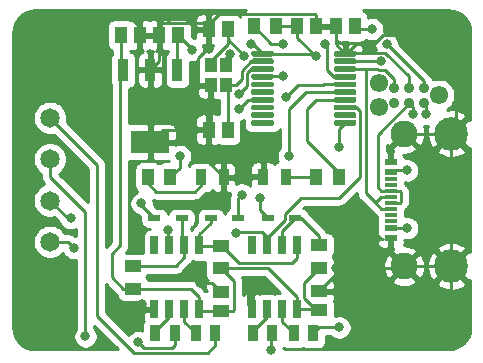
<source format=gbr>
%TF.GenerationSoftware,KiCad,Pcbnew,(5.1.12-1-g0a0a2da680)-1*%
%TF.CreationDate,2022-10-27T20:06:52+02:00*%
%TF.ProjectId,ThermoDeviceLogger,54686572-6d6f-4446-9576-6963654c6f67,rev?*%
%TF.SameCoordinates,Original*%
%TF.FileFunction,Copper,L1,Top*%
%TF.FilePolarity,Positive*%
%FSLAX46Y46*%
G04 Gerber Fmt 4.6, Leading zero omitted, Abs format (unit mm)*
G04 Created by KiCad (PCBNEW (5.1.12-1-g0a0a2da680)-1) date 2022-10-27 20:06:52*
%MOMM*%
%LPD*%
G01*
G04 APERTURE LIST*
%TA.AperFunction,ComponentPad*%
%ADD10C,2.280000*%
%TD*%
%TA.AperFunction,ComponentPad*%
%ADD11C,2.850000*%
%TD*%
%TA.AperFunction,SMDPad,CuDef*%
%ADD12R,1.100000X0.300000*%
%TD*%
%TA.AperFunction,SMDPad,CuDef*%
%ADD13R,1.100000X0.600000*%
%TD*%
%TA.AperFunction,SMDPad,CuDef*%
%ADD14R,1.020000X1.470000*%
%TD*%
%TA.AperFunction,SMDPad,CuDef*%
%ADD15R,1.470000X1.020000*%
%TD*%
%TA.AperFunction,SMDPad,CuDef*%
%ADD16R,1.075000X0.500000*%
%TD*%
%TA.AperFunction,SMDPad,CuDef*%
%ADD17R,0.960000X1.390000*%
%TD*%
%TA.AperFunction,SMDPad,CuDef*%
%ADD18R,3.200000X1.950000*%
%TD*%
%TA.AperFunction,SMDPad,CuDef*%
%ADD19R,0.900000X1.950000*%
%TD*%
%TA.AperFunction,SMDPad,CuDef*%
%ADD20R,0.650000X1.525000*%
%TD*%
%TA.AperFunction,ComponentPad*%
%ADD21C,1.550000*%
%TD*%
%TA.AperFunction,SMDPad,CuDef*%
%ADD22C,0.889000*%
%TD*%
%TA.AperFunction,ComponentPad*%
%ADD23C,1.650000*%
%TD*%
%TA.AperFunction,SMDPad,CuDef*%
%ADD24R,0.900000X1.400000*%
%TD*%
%TA.AperFunction,SMDPad,CuDef*%
%ADD25R,1.000000X1.450000*%
%TD*%
%TA.AperFunction,SMDPad,CuDef*%
%ADD26R,1.450000X1.000000*%
%TD*%
%TA.AperFunction,SMDPad,CuDef*%
%ADD27R,1.000000X1.200000*%
%TD*%
%TA.AperFunction,ViaPad*%
%ADD28C,5.000000*%
%TD*%
%TA.AperFunction,ViaPad*%
%ADD29C,0.800000*%
%TD*%
%TA.AperFunction,Conductor*%
%ADD30C,0.250000*%
%TD*%
%TA.AperFunction,Conductor*%
%ADD31C,0.254000*%
%TD*%
%TA.AperFunction,Conductor*%
%ADD32C,0.100000*%
%TD*%
G04 APERTURE END LIST*
D10*
%TO.P,J2,MH4*%
%TO.N,GND*%
X118750000Y-63580000D03*
D11*
%TO.P,J2,MH3*%
X122750000Y-63580000D03*
%TO.P,J2,MH2*%
X122750000Y-74820000D03*
D10*
%TO.P,J2,MH1*%
X118750000Y-74820000D03*
D12*
%TO.P,J2,B8*%
%TO.N,Net-(J2-PadB8)*%
X117600000Y-70950000D03*
%TO.P,J2,B7*%
%TO.N,/PGC*%
X117600000Y-69950000D03*
%TO.P,J2,B6*%
%TO.N,/PGD*%
X117600000Y-68450000D03*
%TO.P,J2,B5*%
%TO.N,Net-(J2-PadB5)*%
X117600000Y-67450000D03*
D13*
%TO.P,J2,A12*%
%TO.N,GND*%
X117600000Y-66000000D03*
%TO.P,J2,A9*%
%TO.N,+5V*%
X117600000Y-66800000D03*
D12*
%TO.P,J2,A8*%
%TO.N,Net-(J2-PadA8)*%
X117600000Y-67950000D03*
%TO.P,J2,A7*%
%TO.N,/PGC*%
X117600000Y-68950000D03*
%TO.P,J2,A6*%
%TO.N,/PGD*%
X117600000Y-69450000D03*
%TO.P,J2,A5*%
%TO.N,Net-(J2-PadA5)*%
X117600000Y-70450000D03*
D13*
%TO.P,J2,A4*%
%TO.N,+5V*%
X117600000Y-71600000D03*
%TO.P,J2,A1*%
%TO.N,GND*%
X117600000Y-72400000D03*
%TD*%
D14*
%TO.P,C1,2*%
%TO.N,GND*%
X98000000Y-55250000D03*
%TO.P,C1,1*%
%TO.N,+5V*%
X99600000Y-55250000D03*
%TD*%
%TO.P,C2,2*%
%TO.N,GND*%
X96350000Y-55250000D03*
%TO.P,C2,1*%
%TO.N,/3.3V*%
X94750000Y-55250000D03*
%TD*%
%TO.P,C3,2*%
%TO.N,+5V*%
X109700000Y-54500000D03*
%TO.P,C3,1*%
%TO.N,GND*%
X111300000Y-54500000D03*
%TD*%
%TO.P,C4,2*%
%TO.N,Net-(C4-Pad2)*%
X114550000Y-54500000D03*
%TO.P,C4,1*%
%TO.N,GND*%
X112950000Y-54500000D03*
%TD*%
%TO.P,C5,2*%
%TO.N,GND*%
X102200000Y-54750000D03*
%TO.P,C5,1*%
%TO.N,/Cyrstal1*%
X103800000Y-54750000D03*
%TD*%
%TO.P,C6,2*%
%TO.N,/Crystal2*%
X103800000Y-63250000D03*
%TO.P,C6,1*%
%TO.N,GND*%
X102200000Y-63250000D03*
%TD*%
D15*
%TO.P,C7,2*%
%TO.N,/3.3V*%
X103250000Y-78600000D03*
%TO.P,C7,1*%
%TO.N,GND*%
X103250000Y-77000000D03*
%TD*%
%TO.P,C8,2*%
%TO.N,/3.3V*%
X111500000Y-78550000D03*
%TO.P,C8,1*%
%TO.N,GND*%
X111500000Y-76950000D03*
%TD*%
D16*
%TO.P,D1,2*%
%TO.N,Net-(D1-Pad2)*%
X99912000Y-70750000D03*
%TO.P,D1,1*%
%TO.N,/CS_1*%
X97588000Y-70750000D03*
%TD*%
%TO.P,D2,2*%
%TO.N,Net-(D2-Pad2)*%
X109500000Y-70750000D03*
%TO.P,D2,1*%
%TO.N,/CS_2*%
X107176000Y-70750000D03*
%TD*%
%TO.P,D3,2*%
%TO.N,Net-(D3-Pad2)*%
X102382000Y-70750000D03*
%TO.P,D3,1*%
%TO.N,/SCK*%
X104706000Y-70750000D03*
%TD*%
D17*
%TO.P,FB1,2*%
%TO.N,Net-(FB1-Pad2)*%
X109380000Y-80500000D03*
%TO.P,FB1,1*%
%TO.N,/ThermoCouple Modules/T+tcm2*%
X111000000Y-80500000D03*
%TD*%
%TO.P,FB2,2*%
%TO.N,Net-(FB2-Pad2)*%
X105940000Y-80500000D03*
%TO.P,FB2,1*%
%TO.N,/ThermoCouple Modules/T-tcm2*%
X107560000Y-80500000D03*
%TD*%
D18*
%TO.P,IC1,4*%
%TO.N,GND*%
X97250000Y-64300000D03*
D19*
%TO.P,IC1,3*%
%TO.N,/3.3V*%
X94950000Y-58200000D03*
%TO.P,IC1,2*%
%TO.N,GND*%
X97250000Y-58200000D03*
%TO.P,IC1,1*%
%TO.N,+5V*%
X99550000Y-58200000D03*
%TD*%
D20*
%TO.P,IC2,8*%
%TO.N,Net-(IC2-Pad8)*%
X97595000Y-73038000D03*
%TO.P,IC2,7*%
%TO.N,/MISO*%
X98865000Y-73038000D03*
%TO.P,IC2,6*%
%TO.N,Net-(D1-Pad2)*%
X100135000Y-73038000D03*
%TO.P,IC2,5*%
%TO.N,Net-(D3-Pad2)*%
X101405000Y-73038000D03*
%TO.P,IC2,4*%
%TO.N,/3.3V*%
X101405000Y-78462000D03*
%TO.P,IC2,3*%
%TO.N,Net-(IC2-Pad3)*%
X100135000Y-78462000D03*
%TO.P,IC2,2*%
%TO.N,Net-(IC2-Pad2)*%
X98865000Y-78462000D03*
%TO.P,IC2,1*%
%TO.N,GND*%
X97595000Y-78462000D03*
%TD*%
%TO.P,IC3,8*%
%TO.N,Net-(IC3-Pad8)*%
X105845000Y-73038000D03*
%TO.P,IC3,7*%
%TO.N,/MISO*%
X107115000Y-73038000D03*
%TO.P,IC3,6*%
%TO.N,Net-(D2-Pad2)*%
X108385000Y-73038000D03*
%TO.P,IC3,5*%
%TO.N,Net-(D3-Pad2)*%
X109655000Y-73038000D03*
%TO.P,IC3,4*%
%TO.N,/3.3V*%
X109655000Y-78462000D03*
%TO.P,IC3,3*%
%TO.N,Net-(FB1-Pad2)*%
X108385000Y-78462000D03*
%TO.P,IC3,2*%
%TO.N,Net-(FB2-Pad2)*%
X107115000Y-78462000D03*
%TO.P,IC3,1*%
%TO.N,GND*%
X105845000Y-78462000D03*
%TD*%
D21*
%TO.P,J3,9*%
%TO.N,N/C*%
X116590000Y-59319000D03*
%TO.P,J3,8*%
X116590000Y-61351000D03*
%TO.P,J3,7*%
X121670000Y-60335000D03*
D22*
%TO.P,J3,6*%
%TO.N,Net-(J3-Pad6)*%
X117860000Y-60970000D03*
%TO.P,J3,5*%
%TO.N,/PGC*%
X117860000Y-59700000D03*
%TO.P,J3,4*%
%TO.N,/PGD*%
X119130000Y-60970000D03*
%TO.P,J3,3*%
%TO.N,GND*%
X119130000Y-59700000D03*
%TO.P,J3,2*%
%TO.N,+5V*%
X120400000Y-60970000D03*
%TO.P,J3,1*%
%TO.N,/MCLR*%
X120400000Y-59700000D03*
%TD*%
D23*
%TO.P,J1,4*%
%TO.N,/ThermoCouple Modules/T-tcm2*%
X88750000Y-72750000D03*
%TO.P,J1,3*%
%TO.N,/ThermoCouple Modules/T+tcm2*%
X88750000Y-69250000D03*
%TO.P,J1,2*%
%TO.N,/ThermoCouple Modules/T-tcm1*%
X88750000Y-65750000D03*
%TO.P,J1,1*%
%TO.N,/ThermoCouple Modules/T+tcm1*%
X88750000Y-62250000D03*
%TD*%
D24*
%TO.P,LED1,2*%
%TO.N,Net-(LED1-Pad2)*%
X101550000Y-67290000D03*
%TO.P,LED1,1*%
%TO.N,GND*%
X103450000Y-67290000D03*
%TD*%
%TO.P,LED2,2*%
%TO.N,Net-(LED2-Pad2)*%
X108700000Y-67250000D03*
%TO.P,LED2,1*%
%TO.N,GND*%
X106800000Y-67250000D03*
%TD*%
D17*
%TO.P,LFB1,2*%
%TO.N,Net-(IC2-Pad3)*%
X101130000Y-80500000D03*
%TO.P,LFB1,1*%
%TO.N,/ThermoCouple Modules/T+tcm1*%
X102750000Y-80500000D03*
%TD*%
%TO.P,LFB2,2*%
%TO.N,Net-(IC2-Pad2)*%
X97690000Y-80500000D03*
%TO.P,LFB2,1*%
%TO.N,/ThermoCouple Modules/T-tcm1*%
X99310000Y-80500000D03*
%TD*%
D25*
%TO.P,R1,2*%
%TO.N,/MCLR*%
X106000000Y-54500000D03*
%TO.P,R1,1*%
%TO.N,+5V*%
X107900000Y-54500000D03*
%TD*%
%TO.P,R2,2*%
%TO.N,Net-(LED1-Pad2)*%
X97050000Y-67290000D03*
%TO.P,R2,1*%
%TO.N,Net-(R2-Pad1)*%
X98950000Y-67290000D03*
%TD*%
%TO.P,R3,2*%
%TO.N,Net-(LED2-Pad2)*%
X111300000Y-67250000D03*
%TO.P,R3,1*%
%TO.N,Net-(R3-Pad1)*%
X113200000Y-67250000D03*
%TD*%
D26*
%TO.P,R4,2*%
%TO.N,Net-(D2-Pad2)*%
X111500000Y-73050000D03*
%TO.P,R4,1*%
%TO.N,/3.3V*%
X111500000Y-74950000D03*
%TD*%
%TO.P,R5,2*%
%TO.N,Net-(D1-Pad2)*%
X95750000Y-74800000D03*
%TO.P,R5,1*%
%TO.N,/3.3V*%
X95750000Y-76700000D03*
%TD*%
%TO.P,R6,2*%
%TO.N,Net-(D3-Pad2)*%
X103250000Y-73100000D03*
%TO.P,R6,1*%
%TO.N,/3.3V*%
X103250000Y-75000000D03*
%TD*%
D27*
%TO.P,Y1,4*%
%TO.N,GND*%
X103650000Y-57800000D03*
%TO.P,Y1,3*%
%TO.N,/Crystal2*%
X103650000Y-59500000D03*
%TO.P,Y1,2*%
%TO.N,GND*%
X102350000Y-59500000D03*
%TO.P,Y1,1*%
%TO.N,/Cyrstal1*%
X102350000Y-57800000D03*
%TD*%
%TO.P,U1,20*%
%TO.N,GND*%
%TA.AperFunction,SMDPad,CuDef*%
G36*
G01*
X112800000Y-56950000D02*
X112800000Y-56700000D01*
G75*
G02*
X112925000Y-56575000I125000J0D01*
G01*
X114575000Y-56575000D01*
G75*
G02*
X114700000Y-56700000I0J-125000D01*
G01*
X114700000Y-56950000D01*
G75*
G02*
X114575000Y-57075000I-125000J0D01*
G01*
X112925000Y-57075000D01*
G75*
G02*
X112800000Y-56950000I0J125000D01*
G01*
G37*
%TD.AperFunction*%
%TO.P,U1,19*%
%TO.N,/PGD*%
%TA.AperFunction,SMDPad,CuDef*%
G36*
G01*
X112800000Y-57600000D02*
X112800000Y-57350000D01*
G75*
G02*
X112925000Y-57225000I125000J0D01*
G01*
X114575000Y-57225000D01*
G75*
G02*
X114700000Y-57350000I0J-125000D01*
G01*
X114700000Y-57600000D01*
G75*
G02*
X114575000Y-57725000I-125000J0D01*
G01*
X112925000Y-57725000D01*
G75*
G02*
X112800000Y-57600000I0J125000D01*
G01*
G37*
%TD.AperFunction*%
%TO.P,U1,18*%
%TO.N,/PGC*%
%TA.AperFunction,SMDPad,CuDef*%
G36*
G01*
X112800000Y-58250000D02*
X112800000Y-58000000D01*
G75*
G02*
X112925000Y-57875000I125000J0D01*
G01*
X114575000Y-57875000D01*
G75*
G02*
X114700000Y-58000000I0J-125000D01*
G01*
X114700000Y-58250000D01*
G75*
G02*
X114575000Y-58375000I-125000J0D01*
G01*
X112925000Y-58375000D01*
G75*
G02*
X112800000Y-58250000I0J125000D01*
G01*
G37*
%TD.AperFunction*%
%TO.P,U1,17*%
%TO.N,Net-(C4-Pad2)*%
%TA.AperFunction,SMDPad,CuDef*%
G36*
G01*
X112800000Y-58900000D02*
X112800000Y-58650000D01*
G75*
G02*
X112925000Y-58525000I125000J0D01*
G01*
X114575000Y-58525000D01*
G75*
G02*
X114700000Y-58650000I0J-125000D01*
G01*
X114700000Y-58900000D01*
G75*
G02*
X114575000Y-59025000I-125000J0D01*
G01*
X112925000Y-59025000D01*
G75*
G02*
X112800000Y-58900000I0J125000D01*
G01*
G37*
%TD.AperFunction*%
%TO.P,U1,16*%
%TO.N,/CS_1*%
%TA.AperFunction,SMDPad,CuDef*%
G36*
G01*
X112800000Y-59550000D02*
X112800000Y-59300000D01*
G75*
G02*
X112925000Y-59175000I125000J0D01*
G01*
X114575000Y-59175000D01*
G75*
G02*
X114700000Y-59300000I0J-125000D01*
G01*
X114700000Y-59550000D01*
G75*
G02*
X114575000Y-59675000I-125000J0D01*
G01*
X112925000Y-59675000D01*
G75*
G02*
X112800000Y-59550000I0J125000D01*
G01*
G37*
%TD.AperFunction*%
%TO.P,U1,15*%
%TO.N,/CS_2*%
%TA.AperFunction,SMDPad,CuDef*%
G36*
G01*
X112800000Y-60200000D02*
X112800000Y-59950000D01*
G75*
G02*
X112925000Y-59825000I125000J0D01*
G01*
X114575000Y-59825000D01*
G75*
G02*
X114700000Y-59950000I0J-125000D01*
G01*
X114700000Y-60200000D01*
G75*
G02*
X114575000Y-60325000I-125000J0D01*
G01*
X112925000Y-60325000D01*
G75*
G02*
X112800000Y-60200000I0J125000D01*
G01*
G37*
%TD.AperFunction*%
%TO.P,U1,14*%
%TO.N,Net-(R3-Pad1)*%
%TA.AperFunction,SMDPad,CuDef*%
G36*
G01*
X112800000Y-60850000D02*
X112800000Y-60600000D01*
G75*
G02*
X112925000Y-60475000I125000J0D01*
G01*
X114575000Y-60475000D01*
G75*
G02*
X114700000Y-60600000I0J-125000D01*
G01*
X114700000Y-60850000D01*
G75*
G02*
X114575000Y-60975000I-125000J0D01*
G01*
X112925000Y-60975000D01*
G75*
G02*
X112800000Y-60850000I0J125000D01*
G01*
G37*
%TD.AperFunction*%
%TO.P,U1,13*%
%TO.N,/MISO*%
%TA.AperFunction,SMDPad,CuDef*%
G36*
G01*
X112800000Y-61500000D02*
X112800000Y-61250000D01*
G75*
G02*
X112925000Y-61125000I125000J0D01*
G01*
X114575000Y-61125000D01*
G75*
G02*
X114700000Y-61250000I0J-125000D01*
G01*
X114700000Y-61500000D01*
G75*
G02*
X114575000Y-61625000I-125000J0D01*
G01*
X112925000Y-61625000D01*
G75*
G02*
X112800000Y-61500000I0J125000D01*
G01*
G37*
%TD.AperFunction*%
%TO.P,U1,12*%
%TO.N,Net-(U1-Pad12)*%
%TA.AperFunction,SMDPad,CuDef*%
G36*
G01*
X112800000Y-62150000D02*
X112800000Y-61900000D01*
G75*
G02*
X112925000Y-61775000I125000J0D01*
G01*
X114575000Y-61775000D01*
G75*
G02*
X114700000Y-61900000I0J-125000D01*
G01*
X114700000Y-62150000D01*
G75*
G02*
X114575000Y-62275000I-125000J0D01*
G01*
X112925000Y-62275000D01*
G75*
G02*
X112800000Y-62150000I0J125000D01*
G01*
G37*
%TD.AperFunction*%
%TO.P,U1,11*%
%TO.N,/SCK*%
%TA.AperFunction,SMDPad,CuDef*%
G36*
G01*
X112800000Y-62800000D02*
X112800000Y-62550000D01*
G75*
G02*
X112925000Y-62425000I125000J0D01*
G01*
X114575000Y-62425000D01*
G75*
G02*
X114700000Y-62550000I0J-125000D01*
G01*
X114700000Y-62800000D01*
G75*
G02*
X114575000Y-62925000I-125000J0D01*
G01*
X112925000Y-62925000D01*
G75*
G02*
X112800000Y-62800000I0J125000D01*
G01*
G37*
%TD.AperFunction*%
%TO.P,U1,10*%
%TO.N,Net-(U1-Pad10)*%
%TA.AperFunction,SMDPad,CuDef*%
G36*
G01*
X105800000Y-62800000D02*
X105800000Y-62550000D01*
G75*
G02*
X105925000Y-62425000I125000J0D01*
G01*
X107575000Y-62425000D01*
G75*
G02*
X107700000Y-62550000I0J-125000D01*
G01*
X107700000Y-62800000D01*
G75*
G02*
X107575000Y-62925000I-125000J0D01*
G01*
X105925000Y-62925000D01*
G75*
G02*
X105800000Y-62800000I0J125000D01*
G01*
G37*
%TD.AperFunction*%
%TO.P,U1,9*%
%TO.N,Net-(U1-Pad9)*%
%TA.AperFunction,SMDPad,CuDef*%
G36*
G01*
X105800000Y-62150000D02*
X105800000Y-61900000D01*
G75*
G02*
X105925000Y-61775000I125000J0D01*
G01*
X107575000Y-61775000D01*
G75*
G02*
X107700000Y-61900000I0J-125000D01*
G01*
X107700000Y-62150000D01*
G75*
G02*
X107575000Y-62275000I-125000J0D01*
G01*
X105925000Y-62275000D01*
G75*
G02*
X105800000Y-62150000I0J125000D01*
G01*
G37*
%TD.AperFunction*%
%TO.P,U1,8*%
%TO.N,Net-(U1-Pad8)*%
%TA.AperFunction,SMDPad,CuDef*%
G36*
G01*
X105800000Y-61500000D02*
X105800000Y-61250000D01*
G75*
G02*
X105925000Y-61125000I125000J0D01*
G01*
X107575000Y-61125000D01*
G75*
G02*
X107700000Y-61250000I0J-125000D01*
G01*
X107700000Y-61500000D01*
G75*
G02*
X107575000Y-61625000I-125000J0D01*
G01*
X105925000Y-61625000D01*
G75*
G02*
X105800000Y-61500000I0J125000D01*
G01*
G37*
%TD.AperFunction*%
%TO.P,U1,7*%
%TO.N,Net-(R2-Pad1)*%
%TA.AperFunction,SMDPad,CuDef*%
G36*
G01*
X105800000Y-60850000D02*
X105800000Y-60600000D01*
G75*
G02*
X105925000Y-60475000I125000J0D01*
G01*
X107575000Y-60475000D01*
G75*
G02*
X107700000Y-60600000I0J-125000D01*
G01*
X107700000Y-60850000D01*
G75*
G02*
X107575000Y-60975000I-125000J0D01*
G01*
X105925000Y-60975000D01*
G75*
G02*
X105800000Y-60850000I0J125000D01*
G01*
G37*
%TD.AperFunction*%
%TO.P,U1,6*%
%TO.N,Net-(U1-Pad6)*%
%TA.AperFunction,SMDPad,CuDef*%
G36*
G01*
X105800000Y-60200000D02*
X105800000Y-59950000D01*
G75*
G02*
X105925000Y-59825000I125000J0D01*
G01*
X107575000Y-59825000D01*
G75*
G02*
X107700000Y-59950000I0J-125000D01*
G01*
X107700000Y-60200000D01*
G75*
G02*
X107575000Y-60325000I-125000J0D01*
G01*
X105925000Y-60325000D01*
G75*
G02*
X105800000Y-60200000I0J125000D01*
G01*
G37*
%TD.AperFunction*%
%TO.P,U1,5*%
%TO.N,Net-(U1-Pad5)*%
%TA.AperFunction,SMDPad,CuDef*%
G36*
G01*
X105800000Y-59550000D02*
X105800000Y-59300000D01*
G75*
G02*
X105925000Y-59175000I125000J0D01*
G01*
X107575000Y-59175000D01*
G75*
G02*
X107700000Y-59300000I0J-125000D01*
G01*
X107700000Y-59550000D01*
G75*
G02*
X107575000Y-59675000I-125000J0D01*
G01*
X105925000Y-59675000D01*
G75*
G02*
X105800000Y-59550000I0J125000D01*
G01*
G37*
%TD.AperFunction*%
%TO.P,U1,4*%
%TO.N,/MCLR*%
%TA.AperFunction,SMDPad,CuDef*%
G36*
G01*
X105800000Y-58900000D02*
X105800000Y-58650000D01*
G75*
G02*
X105925000Y-58525000I125000J0D01*
G01*
X107575000Y-58525000D01*
G75*
G02*
X107700000Y-58650000I0J-125000D01*
G01*
X107700000Y-58900000D01*
G75*
G02*
X107575000Y-59025000I-125000J0D01*
G01*
X105925000Y-59025000D01*
G75*
G02*
X105800000Y-58900000I0J125000D01*
G01*
G37*
%TD.AperFunction*%
%TO.P,U1,3*%
%TO.N,/Cyrstal1*%
%TA.AperFunction,SMDPad,CuDef*%
G36*
G01*
X105800000Y-58250000D02*
X105800000Y-58000000D01*
G75*
G02*
X105925000Y-57875000I125000J0D01*
G01*
X107575000Y-57875000D01*
G75*
G02*
X107700000Y-58000000I0J-125000D01*
G01*
X107700000Y-58250000D01*
G75*
G02*
X107575000Y-58375000I-125000J0D01*
G01*
X105925000Y-58375000D01*
G75*
G02*
X105800000Y-58250000I0J125000D01*
G01*
G37*
%TD.AperFunction*%
%TO.P,U1,2*%
%TO.N,/Crystal2*%
%TA.AperFunction,SMDPad,CuDef*%
G36*
G01*
X105800000Y-57600000D02*
X105800000Y-57350000D01*
G75*
G02*
X105925000Y-57225000I125000J0D01*
G01*
X107575000Y-57225000D01*
G75*
G02*
X107700000Y-57350000I0J-125000D01*
G01*
X107700000Y-57600000D01*
G75*
G02*
X107575000Y-57725000I-125000J0D01*
G01*
X105925000Y-57725000D01*
G75*
G02*
X105800000Y-57600000I0J125000D01*
G01*
G37*
%TD.AperFunction*%
%TO.P,U1,1*%
%TO.N,+5V*%
%TA.AperFunction,SMDPad,CuDef*%
G36*
G01*
X105800000Y-56950000D02*
X105800000Y-56700000D01*
G75*
G02*
X105925000Y-56575000I125000J0D01*
G01*
X107575000Y-56575000D01*
G75*
G02*
X107700000Y-56700000I0J-125000D01*
G01*
X107700000Y-56950000D01*
G75*
G02*
X107575000Y-57075000I-125000J0D01*
G01*
X105925000Y-57075000D01*
G75*
G02*
X105800000Y-56950000I0J125000D01*
G01*
G37*
%TD.AperFunction*%
%TD*%
D28*
%TO.N,GND*%
X122000000Y-79500000D03*
X88000000Y-79500000D03*
X88000000Y-55500000D03*
D29*
X96512653Y-77987347D03*
X101500000Y-76250000D03*
X105500000Y-76500000D03*
X113000000Y-75000000D03*
X94500000Y-79000000D03*
X103982499Y-56807805D03*
X102200000Y-56400000D03*
D28*
X122000000Y-55500000D03*
D29*
%TO.N,+5V*%
X111250000Y-57000000D03*
X105750000Y-56000000D03*
X100750000Y-56500000D03*
X120600000Y-61900000D03*
X119000000Y-66700000D03*
X119000000Y-71600000D03*
%TO.N,Net-(C4-Pad2)*%
X112000000Y-56000000D03*
X116000000Y-54750000D03*
%TO.N,/Cyrstal1*%
X104750000Y-60250000D03*
X105200000Y-57000000D03*
%TO.N,/CS_1*%
X108750000Y-60500000D03*
X96500000Y-69500000D03*
%TO.N,/CS_2*%
X109000000Y-65500000D03*
X106500000Y-69000000D03*
%TO.N,/SCK*%
X105000000Y-68750000D03*
X113250000Y-64750000D03*
%TO.N,/ThermoCouple Modules/T+tcm2*%
X90500000Y-70750000D03*
X113250000Y-80000000D03*
%TO.N,/ThermoCouple Modules/T-tcm2*%
X90750000Y-73250000D03*
X107500000Y-81875000D03*
%TO.N,/MISO*%
X104500000Y-72000000D03*
X98750000Y-71750000D03*
%TO.N,/PGD*%
X116767415Y-57459836D03*
X119500000Y-61900000D03*
%TO.N,/MCLR*%
X117250000Y-56000000D03*
X108500000Y-58750000D03*
X108500000Y-56000000D03*
%TO.N,/ThermoCouple Modules/T-tcm1*%
X96250000Y-81250000D03*
X91750000Y-80750000D03*
%TO.N,Net-(R2-Pad1)*%
X104750000Y-61500000D03*
X99750000Y-65500000D03*
%TD*%
D30*
%TO.N,GND*%
X113840165Y-56734835D02*
X113750000Y-56825000D01*
X117115416Y-56734835D02*
X113840165Y-56734835D01*
X112950000Y-56025000D02*
X113750000Y-56825000D01*
X112950000Y-54500000D02*
X112950000Y-56025000D01*
X111300000Y-54500000D02*
X112950000Y-54500000D01*
X102200000Y-63019998D02*
X102200000Y-63250000D01*
X111300000Y-53515000D02*
X111224999Y-53439999D01*
X111300000Y-54500000D02*
X111300000Y-53515000D01*
X102200000Y-54269998D02*
X102200000Y-54750000D01*
X98000000Y-54265000D02*
X98000000Y-55250000D01*
X98075001Y-54189999D02*
X98000000Y-54265000D01*
X96350000Y-55250000D02*
X98000000Y-55250000D01*
X98000000Y-55250000D02*
X98000000Y-54500000D01*
X98000000Y-54500000D02*
X98250000Y-54250000D01*
X98000000Y-57450000D02*
X97250000Y-58200000D01*
X98000000Y-55250000D02*
X98000000Y-57450000D01*
X96350000Y-55250000D02*
X96350000Y-54600000D01*
X96350000Y-54600000D02*
X95500000Y-53750000D01*
X89750000Y-53750000D02*
X88000000Y-55500000D01*
X95500000Y-53750000D02*
X89750000Y-53750000D01*
X98300000Y-63250000D02*
X97250000Y-64300000D01*
X102200000Y-63250000D02*
X98300000Y-63250000D01*
X102200000Y-66040000D02*
X102200000Y-63250000D01*
X103450000Y-67290000D02*
X102200000Y-66040000D01*
X106760000Y-67290000D02*
X106800000Y-67250000D01*
X103450000Y-67290000D02*
X106760000Y-67290000D01*
X111500000Y-76950000D02*
X112860000Y-76950000D01*
X96987306Y-78462000D02*
X96512653Y-77987347D01*
X97595000Y-78462000D02*
X96987306Y-78462000D01*
X102500000Y-76250000D02*
X103250000Y-77000000D01*
X101500000Y-76250000D02*
X102500000Y-76250000D01*
X105500000Y-78117000D02*
X105845000Y-78462000D01*
X105500000Y-76500000D02*
X105500000Y-78117000D01*
X113000000Y-75450000D02*
X111500000Y-76950000D01*
X113000000Y-75000000D02*
X113000000Y-75450000D01*
X123140000Y-78360000D02*
X122000000Y-79500000D01*
X111224999Y-53439999D02*
X103029999Y-53439999D01*
X102200000Y-54750000D02*
X101639999Y-54189999D01*
X101639999Y-54189999D02*
X98075001Y-54189999D01*
X103029999Y-53439999D02*
X102200000Y-54269998D01*
X102350000Y-63100000D02*
X102200000Y-63250000D01*
X102350000Y-59500000D02*
X102350000Y-63100000D01*
X113825000Y-56825000D02*
X114650000Y-56000000D01*
X113750000Y-56825000D02*
X113825000Y-56825000D01*
X116176998Y-56000000D02*
X116926998Y-55250000D01*
X114650000Y-56000000D02*
X116176998Y-56000000D01*
X121750000Y-55250000D02*
X122000000Y-55500000D01*
X116926998Y-55250000D02*
X121750000Y-55250000D01*
X95500000Y-79000000D02*
X96512653Y-77987347D01*
X94500000Y-79000000D02*
X95500000Y-79000000D01*
X103650000Y-57400000D02*
X103850000Y-57400000D01*
X103650000Y-57800000D02*
X103650000Y-57550000D01*
X103650000Y-57140304D02*
X103982499Y-56807805D01*
X103650000Y-57800000D02*
X103650000Y-57140304D01*
X119130000Y-58749419D02*
X117115416Y-56734835D01*
X119130000Y-59700000D02*
X119130000Y-58749419D01*
X122750000Y-63580000D02*
X118750000Y-63580000D01*
X117600000Y-64730000D02*
X117600000Y-66000000D01*
X118750000Y-63580000D02*
X117600000Y-64730000D01*
X122750000Y-74820000D02*
X118750000Y-74820000D01*
X117600000Y-73670000D02*
X117600000Y-72400000D01*
X118750000Y-74820000D02*
X117600000Y-73670000D01*
X118570000Y-75000000D02*
X118750000Y-74820000D01*
X113000000Y-75000000D02*
X118570000Y-75000000D01*
X122750000Y-78750000D02*
X122000000Y-79500000D01*
X122750000Y-74820000D02*
X122750000Y-78750000D01*
X122750000Y-63580000D02*
X122750000Y-62550000D01*
X122750000Y-62550000D02*
X123100000Y-62200000D01*
X123100000Y-56600000D02*
X122000000Y-55500000D01*
X123100000Y-62200000D02*
X123100000Y-56600000D01*
X122750000Y-74820000D02*
X122750000Y-63580000D01*
X102200000Y-56400000D02*
X102200000Y-54750000D01*
X102064998Y-56400000D02*
X101300000Y-57164998D01*
X102200000Y-56400000D02*
X102064998Y-56400000D01*
X101300000Y-57164998D02*
X101300000Y-59300000D01*
X101500000Y-59500000D02*
X102350000Y-59500000D01*
X101300000Y-59300000D02*
X101500000Y-59500000D01*
%TO.N,+5V*%
X109700000Y-55450000D02*
X109700000Y-54500000D01*
X111250000Y-57000000D02*
X109700000Y-55450000D01*
X111075000Y-56825000D02*
X106750000Y-56825000D01*
X111250000Y-57000000D02*
X111075000Y-56825000D01*
X109700000Y-54500000D02*
X107900000Y-54500000D01*
X106750000Y-56825000D02*
X105925000Y-56000000D01*
X105925000Y-56000000D02*
X105750000Y-56000000D01*
X100750000Y-56400000D02*
X99600000Y-55250000D01*
X100750000Y-56500000D02*
X100750000Y-56400000D01*
X99550000Y-55300000D02*
X99600000Y-55250000D01*
X99550000Y-58200000D02*
X99550000Y-55300000D01*
X120600000Y-61170000D02*
X120400000Y-60970000D01*
X120600000Y-61900000D02*
X120600000Y-61170000D01*
X117700000Y-66700000D02*
X117600000Y-66800000D01*
X119000000Y-66700000D02*
X117700000Y-66700000D01*
X119000000Y-71600000D02*
X117600000Y-71600000D01*
%TO.N,/3.3V*%
X94750000Y-58000000D02*
X94950000Y-58200000D01*
X94750000Y-55250000D02*
X94750000Y-58000000D01*
X104310001Y-78524999D02*
X104235000Y-78600000D01*
X104235000Y-78600000D02*
X103250000Y-78600000D01*
X104310001Y-76060001D02*
X104310001Y-78524999D01*
X103250000Y-75000000D02*
X104310001Y-76060001D01*
X101543000Y-78600000D02*
X101405000Y-78462000D01*
X103250000Y-78600000D02*
X101543000Y-78600000D01*
X111412000Y-78462000D02*
X111500000Y-78550000D01*
X109655000Y-78462000D02*
X111412000Y-78462000D01*
X110250000Y-76200000D02*
X111500000Y-74950000D01*
X110250000Y-77530002D02*
X110250000Y-76200000D01*
X111269998Y-78550000D02*
X110250000Y-77530002D01*
X111500000Y-78550000D02*
X111269998Y-78550000D01*
X94950000Y-76700000D02*
X95750000Y-76700000D01*
X94000000Y-75750000D02*
X94950000Y-76700000D01*
X94000000Y-73750000D02*
X94000000Y-75750000D01*
X94699999Y-73050001D02*
X94000000Y-73750000D01*
X94699999Y-58450001D02*
X94699999Y-73050001D01*
X94950000Y-58200000D02*
X94699999Y-58450001D01*
X101405000Y-77449500D02*
X101405000Y-78462000D01*
X100655500Y-76700000D02*
X101405000Y-77449500D01*
X95750000Y-76700000D02*
X100655500Y-76700000D01*
X109655000Y-77449500D02*
X109655000Y-78462000D01*
X107205500Y-75000000D02*
X109655000Y-77449500D01*
X103250000Y-75000000D02*
X107205500Y-75000000D01*
%TO.N,Net-(C4-Pad2)*%
X112800000Y-58775000D02*
X112250000Y-58225000D01*
X113750000Y-58775000D02*
X112800000Y-58775000D01*
X112250000Y-56250000D02*
X112000000Y-56000000D01*
X112250000Y-58225000D02*
X112250000Y-56250000D01*
X114800000Y-54750000D02*
X114550000Y-54500000D01*
X116000000Y-54750000D02*
X114800000Y-54750000D01*
%TO.N,/Cyrstal1*%
X102200000Y-57650000D02*
X102350000Y-57800000D01*
X105800000Y-58125000D02*
X106750000Y-58125000D01*
X105450010Y-59549990D02*
X105450010Y-58474990D01*
X105450010Y-58474990D02*
X105800000Y-58125000D01*
X104750000Y-60250000D02*
X105450010Y-59549990D01*
X102350000Y-57414998D02*
X102350000Y-57800000D01*
X103800000Y-55964998D02*
X102350000Y-57414998D01*
X103800000Y-54750000D02*
X103800000Y-55964998D01*
X103800000Y-55600000D02*
X103800000Y-54750000D01*
X105200000Y-57000000D02*
X103800000Y-55600000D01*
%TO.N,/Crystal2*%
X103800000Y-59250000D02*
X103650000Y-59100000D01*
X103650000Y-59100000D02*
X103650000Y-59000000D01*
X103800000Y-59650000D02*
X103650000Y-59500000D01*
X103800000Y-63250000D02*
X103800000Y-59650000D01*
X103650000Y-59500000D02*
X104500000Y-59500000D01*
X104500000Y-59500000D02*
X105000000Y-59000000D01*
X105800000Y-57475000D02*
X106750000Y-57475000D01*
X105000000Y-58275000D02*
X105800000Y-57475000D01*
X105000000Y-59000000D02*
X105000000Y-58275000D01*
%TO.N,Net-(D1-Pad2)*%
X99912000Y-72815000D02*
X100135000Y-73038000D01*
X99912000Y-70750000D02*
X99912000Y-72815000D01*
X99385500Y-74800000D02*
X95750000Y-74800000D01*
X100135000Y-74050500D02*
X99385500Y-74800000D01*
X100135000Y-73038000D02*
X100135000Y-74050500D01*
%TO.N,/CS_1*%
X111938590Y-59425000D02*
X111863590Y-59500000D01*
X113750000Y-59425000D02*
X111938590Y-59425000D01*
X111863590Y-59500000D02*
X109750000Y-59500000D01*
X109750000Y-59500000D02*
X108750000Y-60500000D01*
X96500000Y-69662000D02*
X97588000Y-70750000D01*
X96500000Y-69500000D02*
X96500000Y-69662000D01*
%TO.N,Net-(D2-Pad2)*%
X111500000Y-73050000D02*
X111500000Y-72250000D01*
X110000000Y-70750000D02*
X109500000Y-70750000D01*
X111500000Y-72250000D02*
X110000000Y-70750000D01*
X108385000Y-71865000D02*
X109500000Y-70750000D01*
X108385000Y-73038000D02*
X108385000Y-71865000D01*
%TO.N,/CS_2*%
X113750000Y-60075000D02*
X110425000Y-60075000D01*
X110425000Y-60075000D02*
X109000000Y-61500000D01*
X109000000Y-61500000D02*
X109000000Y-65500000D01*
X106500000Y-70074000D02*
X107176000Y-70750000D01*
X106500000Y-69000000D02*
X106500000Y-70074000D01*
%TO.N,Net-(D3-Pad2)*%
X102382000Y-70750000D02*
X102382000Y-71118000D01*
X101405000Y-72095000D02*
X101405000Y-73038000D01*
X102382000Y-71118000D02*
X101405000Y-72095000D01*
X109655000Y-73038000D02*
X109655000Y-74095000D01*
X109655000Y-74095000D02*
X109250000Y-74500000D01*
X109250000Y-74500000D02*
X104750000Y-74500000D01*
X103350000Y-73100000D02*
X103250000Y-73100000D01*
X104750000Y-74500000D02*
X103350000Y-73100000D01*
X101467000Y-73100000D02*
X101405000Y-73038000D01*
X103250000Y-73100000D02*
X101467000Y-73100000D01*
%TO.N,/SCK*%
X104706000Y-70750000D02*
X104706000Y-69044000D01*
X104706000Y-69044000D02*
X105000000Y-68750000D01*
X113250000Y-63175000D02*
X113750000Y-62675000D01*
X113250000Y-64750000D02*
X113250000Y-63175000D01*
%TO.N,Net-(FB1-Pad2)*%
X108385000Y-79505000D02*
X108385000Y-78462000D01*
X109380000Y-80500000D02*
X108385000Y-79505000D01*
%TO.N,/ThermoCouple Modules/T+tcm2*%
X88750000Y-69250000D02*
X90250000Y-70750000D01*
X90250000Y-70750000D02*
X90500000Y-70750000D01*
X111500000Y-80000000D02*
X111000000Y-80500000D01*
X113250000Y-80000000D02*
X111500000Y-80000000D01*
%TO.N,Net-(FB2-Pad2)*%
X107115000Y-79110000D02*
X107115000Y-78462000D01*
X105940000Y-80285000D02*
X107115000Y-79110000D01*
X105940000Y-80500000D02*
X105940000Y-80285000D01*
%TO.N,/ThermoCouple Modules/T-tcm2*%
X90250000Y-72750000D02*
X90750000Y-73250000D01*
X88750000Y-72750000D02*
X90250000Y-72750000D01*
X107500000Y-80560000D02*
X107560000Y-80500000D01*
X107500000Y-81875000D02*
X107500000Y-80560000D01*
%TO.N,/MISO*%
X107115000Y-73038000D02*
X107115000Y-72365000D01*
X106700499Y-71950499D02*
X104549501Y-71950499D01*
X107115000Y-72365000D02*
X106700499Y-71950499D01*
X104549501Y-71950499D02*
X104500000Y-72000000D01*
X98750000Y-72923000D02*
X98865000Y-73038000D01*
X98750000Y-71750000D02*
X98750000Y-72923000D01*
X107115000Y-73038000D02*
X107115000Y-72385000D01*
X108637499Y-70362501D02*
X110000000Y-69000000D01*
X108637499Y-70862501D02*
X108637499Y-70362501D01*
X107115000Y-72385000D02*
X108637499Y-70862501D01*
X113260002Y-69000000D02*
X114500000Y-67760002D01*
X110000000Y-69000000D02*
X113260002Y-69000000D01*
X114500000Y-67760002D02*
X114500000Y-67750000D01*
X114700000Y-61375000D02*
X113750000Y-61375000D01*
X115025010Y-61700010D02*
X114700000Y-61375000D01*
X115025010Y-67224990D02*
X115025010Y-61700010D01*
X114500000Y-67750000D02*
X115025010Y-67224990D01*
%TO.N,Net-(IC2-Pad3)*%
X100135000Y-79505000D02*
X100135000Y-78462000D01*
X101130000Y-80500000D02*
X100135000Y-79505000D01*
%TO.N,Net-(IC2-Pad2)*%
X98865000Y-79110000D02*
X98865000Y-78462000D01*
X97690000Y-80285000D02*
X98865000Y-79110000D01*
X97690000Y-80500000D02*
X97690000Y-80285000D01*
%TO.N,/PGC*%
X113750000Y-58125000D02*
X114686412Y-58125000D01*
X117860000Y-58960998D02*
X117860000Y-59700000D01*
X116573001Y-58218999D02*
X117118001Y-58218999D01*
X117118001Y-58218999D02*
X117860000Y-58960998D01*
X116479002Y-58125000D02*
X116573001Y-58218999D01*
X115489999Y-68625001D02*
X115489999Y-58210001D01*
X115489999Y-58210001D02*
X115575000Y-58125000D01*
X117600000Y-69950000D02*
X116814998Y-69950000D01*
X115575000Y-58125000D02*
X113750000Y-58125000D01*
X116479002Y-58125000D02*
X115575000Y-58125000D01*
X116332499Y-69417501D02*
X116332499Y-69467501D01*
X116800000Y-68950000D02*
X116332499Y-69417501D01*
X116332499Y-69467501D02*
X115489999Y-68625001D01*
X117600000Y-68950000D02*
X116800000Y-68950000D01*
X116814998Y-69950000D02*
X116332499Y-69467501D01*
%TO.N,/PGD*%
X113765164Y-57459836D02*
X113750000Y-57475000D01*
X116767415Y-57459836D02*
X113765164Y-57459836D01*
X119500000Y-61340000D02*
X119130000Y-60970000D01*
X119500000Y-61900000D02*
X119500000Y-61340000D01*
X116814998Y-68450000D02*
X116500000Y-68135002D01*
X117600000Y-68450000D02*
X116814998Y-68450000D01*
X119130000Y-61031798D02*
X119130000Y-60970000D01*
X116500000Y-63661798D02*
X119130000Y-61031798D01*
X116500000Y-68135002D02*
X116500000Y-63661798D01*
X118385002Y-69450000D02*
X117600000Y-69450000D01*
X118475001Y-69360001D02*
X118385002Y-69450000D01*
X118475001Y-68539999D02*
X118475001Y-69360001D01*
X118385002Y-68450000D02*
X118475001Y-68539999D01*
X117600000Y-68450000D02*
X118385002Y-68450000D01*
%TO.N,/MCLR*%
X106775000Y-58750000D02*
X106750000Y-58775000D01*
X108500000Y-58750000D02*
X106775000Y-58750000D01*
X107500000Y-56000000D02*
X108500000Y-56000000D01*
X106000000Y-54500000D02*
X107500000Y-56000000D01*
X120400000Y-59150000D02*
X120400000Y-59700000D01*
X117250000Y-56000000D02*
X120400000Y-59150000D01*
%TO.N,/ThermoCouple Modules/T-tcm1*%
X99310000Y-81445000D02*
X99310000Y-80500000D01*
X99055020Y-81699980D02*
X99310000Y-81445000D01*
X96699980Y-81699980D02*
X99055020Y-81699980D01*
X96699980Y-81699980D02*
X96250000Y-81250000D01*
X88750000Y-67250000D02*
X88750000Y-65750000D01*
X91750000Y-70250000D02*
X88750000Y-67250000D01*
X91750000Y-80750000D02*
X91750000Y-70250000D01*
%TO.N,/ThermoCouple Modules/T+tcm1*%
X88750000Y-62250000D02*
X92750000Y-66250000D01*
X92750000Y-79036408D02*
X95863582Y-82149990D01*
X92750000Y-66250000D02*
X92750000Y-79036408D01*
X95863582Y-82149990D02*
X102100010Y-82149990D01*
X102750000Y-81500000D02*
X102750000Y-80500000D01*
X102100010Y-82149990D02*
X102750000Y-81500000D01*
%TO.N,Net-(LED1-Pad2)*%
X97050000Y-67800000D02*
X97050000Y-67290000D01*
X97750000Y-68500000D02*
X97050000Y-67800000D01*
X101000000Y-68500000D02*
X97750000Y-68500000D01*
X101550000Y-67950000D02*
X101000000Y-68500000D01*
X101550000Y-67290000D02*
X101550000Y-67950000D01*
%TO.N,Net-(LED2-Pad2)*%
X108700000Y-67250000D02*
X111300000Y-67250000D01*
%TO.N,Net-(R2-Pad1)*%
X105525000Y-60725000D02*
X104750000Y-61500000D01*
X106750000Y-60725000D02*
X105525000Y-60725000D01*
X99750000Y-66490000D02*
X98950000Y-67290000D01*
X99750000Y-65500000D02*
X99750000Y-66490000D01*
%TO.N,Net-(R3-Pad1)*%
X111275000Y-60725000D02*
X113750000Y-60725000D01*
X110500000Y-61500000D02*
X111275000Y-60725000D01*
X110500000Y-64250000D02*
X110500000Y-61500000D01*
X113200000Y-66950000D02*
X110500000Y-64250000D01*
X113200000Y-67250000D02*
X113200000Y-66950000D01*
%TD*%
D31*
%TO.N,GND*%
X122856775Y-53198147D02*
X123199967Y-53301763D01*
X123516489Y-53470062D01*
X123794299Y-53696637D01*
X124022806Y-53972856D01*
X124193310Y-54288197D01*
X124299319Y-54630656D01*
X124340000Y-55017712D01*
X124340000Y-62393803D01*
X124188250Y-62321355D01*
X122929605Y-63580000D01*
X124188250Y-64838645D01*
X124340000Y-64766197D01*
X124340001Y-73633803D01*
X124188250Y-73561355D01*
X122929605Y-74820000D01*
X124188250Y-76078645D01*
X124340001Y-76006197D01*
X124340001Y-79967711D01*
X124301853Y-80356776D01*
X124198238Y-80699964D01*
X124029939Y-81016489D01*
X123803365Y-81294296D01*
X123527146Y-81522805D01*
X123211803Y-81693310D01*
X122869344Y-81799319D01*
X122482288Y-81840000D01*
X108535000Y-81840000D01*
X108535000Y-81773061D01*
X108521653Y-81705962D01*
X108545506Y-81725537D01*
X108655820Y-81784502D01*
X108775518Y-81820812D01*
X108900000Y-81833072D01*
X109860000Y-81833072D01*
X109984482Y-81820812D01*
X110104180Y-81784502D01*
X110190000Y-81738630D01*
X110275820Y-81784502D01*
X110395518Y-81820812D01*
X110520000Y-81833072D01*
X111480000Y-81833072D01*
X111604482Y-81820812D01*
X111724180Y-81784502D01*
X111834494Y-81725537D01*
X111931185Y-81646185D01*
X112010537Y-81549494D01*
X112069502Y-81439180D01*
X112105812Y-81319482D01*
X112118072Y-81195000D01*
X112118072Y-80760000D01*
X112546289Y-80760000D01*
X112590226Y-80803937D01*
X112759744Y-80917205D01*
X112948102Y-80995226D01*
X113148061Y-81035000D01*
X113351939Y-81035000D01*
X113551898Y-80995226D01*
X113740256Y-80917205D01*
X113909774Y-80803937D01*
X114053937Y-80659774D01*
X114167205Y-80490256D01*
X114245226Y-80301898D01*
X114285000Y-80101939D01*
X114285000Y-79898061D01*
X114245226Y-79698102D01*
X114167205Y-79509744D01*
X114053937Y-79340226D01*
X113909774Y-79196063D01*
X113740256Y-79082795D01*
X113551898Y-79004774D01*
X113351939Y-78965000D01*
X113148061Y-78965000D01*
X112948102Y-79004774D01*
X112873072Y-79035853D01*
X112873072Y-78040000D01*
X112860812Y-77915518D01*
X112824502Y-77795820D01*
X112800010Y-77750000D01*
X112824502Y-77704180D01*
X112860812Y-77584482D01*
X112873072Y-77460000D01*
X112870000Y-77235750D01*
X112711250Y-77077000D01*
X111627000Y-77077000D01*
X111627000Y-77097000D01*
X111373000Y-77097000D01*
X111373000Y-77077000D01*
X111353000Y-77077000D01*
X111353000Y-76823000D01*
X111373000Y-76823000D01*
X111373000Y-76803000D01*
X111627000Y-76803000D01*
X111627000Y-76823000D01*
X112711250Y-76823000D01*
X112870000Y-76664250D01*
X112873072Y-76440000D01*
X112860812Y-76315518D01*
X112824502Y-76195820D01*
X112765537Y-76085506D01*
X112740684Y-76055222D01*
X117694384Y-76055222D01*
X117807039Y-76333940D01*
X118120513Y-76488812D01*
X118458178Y-76579554D01*
X118807057Y-76602676D01*
X119153743Y-76557291D01*
X119484914Y-76445144D01*
X119692961Y-76333940D01*
X119723554Y-76258250D01*
X121491355Y-76258250D01*
X121638342Y-76566132D01*
X122000356Y-76749455D01*
X122391178Y-76858629D01*
X122795789Y-76889460D01*
X123198641Y-76840763D01*
X123584252Y-76714408D01*
X123861658Y-76566132D01*
X124008645Y-76258250D01*
X122750000Y-74999605D01*
X121491355Y-76258250D01*
X119723554Y-76258250D01*
X119805616Y-76055222D01*
X118750000Y-74999605D01*
X117694384Y-76055222D01*
X112740684Y-76055222D01*
X112686185Y-75988815D01*
X112627796Y-75940897D01*
X112676185Y-75901185D01*
X112755537Y-75804494D01*
X112814502Y-75694180D01*
X112850812Y-75574482D01*
X112863072Y-75450000D01*
X112863072Y-74877057D01*
X116967324Y-74877057D01*
X117012709Y-75223743D01*
X117124856Y-75554914D01*
X117236060Y-75762961D01*
X117514778Y-75875616D01*
X118570395Y-74820000D01*
X118929605Y-74820000D01*
X119985222Y-75875616D01*
X120263940Y-75762961D01*
X120418812Y-75449487D01*
X120509554Y-75111822D01*
X120525859Y-74865789D01*
X120680540Y-74865789D01*
X120729237Y-75268641D01*
X120855592Y-75654252D01*
X121003868Y-75931658D01*
X121311750Y-76078645D01*
X122570395Y-74820000D01*
X121311750Y-73561355D01*
X121003868Y-73708342D01*
X120820545Y-74070356D01*
X120711371Y-74461178D01*
X120680540Y-74865789D01*
X120525859Y-74865789D01*
X120532676Y-74762943D01*
X120487291Y-74416257D01*
X120375144Y-74085086D01*
X120263940Y-73877039D01*
X119985222Y-73764384D01*
X118929605Y-74820000D01*
X118570395Y-74820000D01*
X117514778Y-73764384D01*
X117236060Y-73877039D01*
X117081188Y-74190513D01*
X116990446Y-74528178D01*
X116967324Y-74877057D01*
X112863072Y-74877057D01*
X112863072Y-74450000D01*
X112850812Y-74325518D01*
X112814502Y-74205820D01*
X112755537Y-74095506D01*
X112677158Y-74000000D01*
X112755537Y-73904494D01*
X112814502Y-73794180D01*
X112850812Y-73674482D01*
X112863072Y-73550000D01*
X112863072Y-72550000D01*
X112850812Y-72425518D01*
X112814502Y-72305820D01*
X112755537Y-72195506D01*
X112676185Y-72098815D01*
X112579494Y-72019463D01*
X112469180Y-71960498D01*
X112349482Y-71924188D01*
X112225000Y-71911928D01*
X112181052Y-71911928D01*
X112134974Y-71825724D01*
X112040001Y-71709999D01*
X112011003Y-71686201D01*
X110647198Y-70322397D01*
X110627002Y-70255820D01*
X110568037Y-70145506D01*
X110488685Y-70048815D01*
X110391994Y-69969463D01*
X110281680Y-69910498D01*
X110191623Y-69883179D01*
X110314803Y-69760000D01*
X113222680Y-69760000D01*
X113260002Y-69763676D01*
X113297324Y-69760000D01*
X113297335Y-69760000D01*
X113408988Y-69749003D01*
X113552249Y-69705546D01*
X113684278Y-69634974D01*
X113800003Y-69540001D01*
X113823806Y-69510997D01*
X114728128Y-68606676D01*
X114726323Y-68625001D01*
X114729999Y-68662323D01*
X114729999Y-68662333D01*
X114740996Y-68773986D01*
X114777709Y-68895014D01*
X114784453Y-68917247D01*
X114855025Y-69049277D01*
X114884321Y-69084974D01*
X114949998Y-69165002D01*
X114979001Y-69188804D01*
X115768699Y-69978503D01*
X115792498Y-70007502D01*
X115821495Y-70031299D01*
X115821496Y-70031300D01*
X115821502Y-70031305D01*
X116251194Y-70460997D01*
X116274997Y-70490001D01*
X116390722Y-70584974D01*
X116411928Y-70596309D01*
X116411928Y-70600000D01*
X116421777Y-70700000D01*
X116411928Y-70800000D01*
X116411928Y-71100000D01*
X116421777Y-71200000D01*
X116411928Y-71300000D01*
X116411928Y-71900000D01*
X116421777Y-72000000D01*
X116411928Y-72100000D01*
X116415000Y-72114250D01*
X116478375Y-72177625D01*
X116519463Y-72254494D01*
X116598815Y-72351185D01*
X116695506Y-72430537D01*
X116805820Y-72489502D01*
X116925518Y-72525812D01*
X116937580Y-72527000D01*
X116573750Y-72527000D01*
X116415000Y-72685750D01*
X116411928Y-72700000D01*
X116424188Y-72824482D01*
X116460498Y-72944180D01*
X116519463Y-73054494D01*
X116598815Y-73151185D01*
X116695506Y-73230537D01*
X116805820Y-73289502D01*
X116925518Y-73325812D01*
X117050000Y-73338072D01*
X117314250Y-73335000D01*
X117473000Y-73176250D01*
X117473000Y-72538072D01*
X117727000Y-72538072D01*
X117727000Y-73176250D01*
X117839473Y-73288723D01*
X117807039Y-73306060D01*
X117694384Y-73584778D01*
X118750000Y-74640395D01*
X119805616Y-73584778D01*
X119723555Y-73381750D01*
X121491355Y-73381750D01*
X122750000Y-74640395D01*
X124008645Y-73381750D01*
X123861658Y-73073868D01*
X123499644Y-72890545D01*
X123108822Y-72781371D01*
X122704211Y-72750540D01*
X122301359Y-72799237D01*
X121915748Y-72925592D01*
X121638342Y-73073868D01*
X121491355Y-73381750D01*
X119723555Y-73381750D01*
X119692961Y-73306060D01*
X119379487Y-73151188D01*
X119041822Y-73060446D01*
X118692943Y-73037324D01*
X118689472Y-73037778D01*
X118739502Y-72944180D01*
X118775812Y-72824482D01*
X118788072Y-72700000D01*
X118785000Y-72685750D01*
X118691912Y-72592662D01*
X118698102Y-72595226D01*
X118898061Y-72635000D01*
X119101939Y-72635000D01*
X119301898Y-72595226D01*
X119490256Y-72517205D01*
X119659774Y-72403937D01*
X119803937Y-72259774D01*
X119917205Y-72090256D01*
X119995226Y-71901898D01*
X120035000Y-71701939D01*
X120035000Y-71498061D01*
X119995226Y-71298102D01*
X119917205Y-71109744D01*
X119803937Y-70940226D01*
X119659774Y-70796063D01*
X119490256Y-70682795D01*
X119301898Y-70604774D01*
X119101939Y-70565000D01*
X118898061Y-70565000D01*
X118788072Y-70586878D01*
X118788072Y-70300000D01*
X118778223Y-70200000D01*
X118788072Y-70100000D01*
X118788072Y-70096309D01*
X118809278Y-70084974D01*
X118925003Y-69990001D01*
X118948806Y-69960997D01*
X118985998Y-69923805D01*
X119015002Y-69900002D01*
X119109975Y-69784277D01*
X119180547Y-69652248D01*
X119224004Y-69508987D01*
X119235001Y-69397334D01*
X119235001Y-69397323D01*
X119238677Y-69360001D01*
X119235001Y-69322678D01*
X119235001Y-68577322D01*
X119238677Y-68539999D01*
X119235001Y-68502677D01*
X119235001Y-68502666D01*
X119224004Y-68391013D01*
X119180547Y-68247752D01*
X119109975Y-68115723D01*
X119015002Y-67999998D01*
X118985999Y-67976196D01*
X118948806Y-67939003D01*
X118925003Y-67909999D01*
X118809278Y-67815026D01*
X118788072Y-67803691D01*
X118788072Y-67800000D01*
X118779345Y-67711386D01*
X118898061Y-67735000D01*
X119101939Y-67735000D01*
X119301898Y-67695226D01*
X119490256Y-67617205D01*
X119659774Y-67503937D01*
X119803937Y-67359774D01*
X119917205Y-67190256D01*
X119995226Y-67001898D01*
X120035000Y-66801939D01*
X120035000Y-66598061D01*
X119995226Y-66398102D01*
X119917205Y-66209744D01*
X119803937Y-66040226D01*
X119659774Y-65896063D01*
X119490256Y-65782795D01*
X119301898Y-65704774D01*
X119101939Y-65665000D01*
X118898061Y-65665000D01*
X118786804Y-65687130D01*
X118775812Y-65575518D01*
X118739502Y-65455820D01*
X118685405Y-65354614D01*
X118807057Y-65362676D01*
X119153743Y-65317291D01*
X119484914Y-65205144D01*
X119692961Y-65093940D01*
X119723554Y-65018250D01*
X121491355Y-65018250D01*
X121638342Y-65326132D01*
X122000356Y-65509455D01*
X122391178Y-65618629D01*
X122795789Y-65649460D01*
X123198641Y-65600763D01*
X123584252Y-65474408D01*
X123861658Y-65326132D01*
X124008645Y-65018250D01*
X122750000Y-63759605D01*
X121491355Y-65018250D01*
X119723554Y-65018250D01*
X119805616Y-64815222D01*
X118750000Y-63759605D01*
X117694384Y-64815222D01*
X117807039Y-65093940D01*
X117840352Y-65110398D01*
X117727000Y-65223750D01*
X117727000Y-65861928D01*
X117473000Y-65861928D01*
X117473000Y-65223750D01*
X117314250Y-65065000D01*
X117260000Y-65064369D01*
X117260000Y-64532637D01*
X117514778Y-64635616D01*
X118570395Y-63580000D01*
X118556253Y-63565858D01*
X118735858Y-63386253D01*
X118750000Y-63400395D01*
X118764143Y-63386253D01*
X118943748Y-63565858D01*
X118929605Y-63580000D01*
X119985222Y-64635616D01*
X120263940Y-64522961D01*
X120418812Y-64209487D01*
X120509554Y-63871822D01*
X120532676Y-63522943D01*
X120487291Y-63176257D01*
X120398914Y-62915279D01*
X120498061Y-62935000D01*
X120701939Y-62935000D01*
X120796571Y-62916177D01*
X120711371Y-63221178D01*
X120680540Y-63625789D01*
X120729237Y-64028641D01*
X120855592Y-64414252D01*
X121003868Y-64691658D01*
X121311750Y-64838645D01*
X122570395Y-63580000D01*
X122556253Y-63565858D01*
X122735858Y-63386253D01*
X122750000Y-63400395D01*
X124008645Y-62141750D01*
X123861658Y-61833868D01*
X123499644Y-61650545D01*
X123108822Y-61541371D01*
X122704211Y-61510540D01*
X122392158Y-61548261D01*
X122568822Y-61430218D01*
X122765218Y-61233822D01*
X122919525Y-61002885D01*
X123025814Y-60746282D01*
X123080000Y-60473873D01*
X123080000Y-60196127D01*
X123025814Y-59923718D01*
X122919525Y-59667115D01*
X122765218Y-59436178D01*
X122568822Y-59239782D01*
X122337885Y-59085475D01*
X122081282Y-58979186D01*
X121808873Y-58925000D01*
X121531127Y-58925000D01*
X121258718Y-58979186D01*
X121221320Y-58994677D01*
X121114755Y-58888112D01*
X121105546Y-58857753D01*
X121034974Y-58725724D01*
X120940001Y-58609999D01*
X120911004Y-58586202D01*
X118285000Y-55960199D01*
X118285000Y-55898061D01*
X118245226Y-55698102D01*
X118167205Y-55509744D01*
X118053937Y-55340226D01*
X117909774Y-55196063D01*
X117740256Y-55082795D01*
X117551898Y-55004774D01*
X117351939Y-54965000D01*
X117148061Y-54965000D01*
X117006927Y-54993073D01*
X117035000Y-54851939D01*
X117035000Y-54648061D01*
X116995226Y-54448102D01*
X116917205Y-54259744D01*
X116803937Y-54090226D01*
X116659774Y-53946063D01*
X116490256Y-53832795D01*
X116301898Y-53754774D01*
X116101939Y-53715000D01*
X115898061Y-53715000D01*
X115698102Y-53754774D01*
X115697106Y-53755187D01*
X115685812Y-53640518D01*
X115649502Y-53520820D01*
X115590537Y-53410506D01*
X115511185Y-53313815D01*
X115414494Y-53234463D01*
X115304180Y-53175498D01*
X115253090Y-53160000D01*
X122467721Y-53160000D01*
X122856775Y-53198147D01*
%TA.AperFunction,Conductor*%
D32*
G36*
X122856775Y-53198147D02*
G01*
X123199967Y-53301763D01*
X123516489Y-53470062D01*
X123794299Y-53696637D01*
X124022806Y-53972856D01*
X124193310Y-54288197D01*
X124299319Y-54630656D01*
X124340000Y-55017712D01*
X124340000Y-62393803D01*
X124188250Y-62321355D01*
X122929605Y-63580000D01*
X124188250Y-64838645D01*
X124340000Y-64766197D01*
X124340001Y-73633803D01*
X124188250Y-73561355D01*
X122929605Y-74820000D01*
X124188250Y-76078645D01*
X124340001Y-76006197D01*
X124340001Y-79967711D01*
X124301853Y-80356776D01*
X124198238Y-80699964D01*
X124029939Y-81016489D01*
X123803365Y-81294296D01*
X123527146Y-81522805D01*
X123211803Y-81693310D01*
X122869344Y-81799319D01*
X122482288Y-81840000D01*
X108535000Y-81840000D01*
X108535000Y-81773061D01*
X108521653Y-81705962D01*
X108545506Y-81725537D01*
X108655820Y-81784502D01*
X108775518Y-81820812D01*
X108900000Y-81833072D01*
X109860000Y-81833072D01*
X109984482Y-81820812D01*
X110104180Y-81784502D01*
X110190000Y-81738630D01*
X110275820Y-81784502D01*
X110395518Y-81820812D01*
X110520000Y-81833072D01*
X111480000Y-81833072D01*
X111604482Y-81820812D01*
X111724180Y-81784502D01*
X111834494Y-81725537D01*
X111931185Y-81646185D01*
X112010537Y-81549494D01*
X112069502Y-81439180D01*
X112105812Y-81319482D01*
X112118072Y-81195000D01*
X112118072Y-80760000D01*
X112546289Y-80760000D01*
X112590226Y-80803937D01*
X112759744Y-80917205D01*
X112948102Y-80995226D01*
X113148061Y-81035000D01*
X113351939Y-81035000D01*
X113551898Y-80995226D01*
X113740256Y-80917205D01*
X113909774Y-80803937D01*
X114053937Y-80659774D01*
X114167205Y-80490256D01*
X114245226Y-80301898D01*
X114285000Y-80101939D01*
X114285000Y-79898061D01*
X114245226Y-79698102D01*
X114167205Y-79509744D01*
X114053937Y-79340226D01*
X113909774Y-79196063D01*
X113740256Y-79082795D01*
X113551898Y-79004774D01*
X113351939Y-78965000D01*
X113148061Y-78965000D01*
X112948102Y-79004774D01*
X112873072Y-79035853D01*
X112873072Y-78040000D01*
X112860812Y-77915518D01*
X112824502Y-77795820D01*
X112800010Y-77750000D01*
X112824502Y-77704180D01*
X112860812Y-77584482D01*
X112873072Y-77460000D01*
X112870000Y-77235750D01*
X112711250Y-77077000D01*
X111627000Y-77077000D01*
X111627000Y-77097000D01*
X111373000Y-77097000D01*
X111373000Y-77077000D01*
X111353000Y-77077000D01*
X111353000Y-76823000D01*
X111373000Y-76823000D01*
X111373000Y-76803000D01*
X111627000Y-76803000D01*
X111627000Y-76823000D01*
X112711250Y-76823000D01*
X112870000Y-76664250D01*
X112873072Y-76440000D01*
X112860812Y-76315518D01*
X112824502Y-76195820D01*
X112765537Y-76085506D01*
X112740684Y-76055222D01*
X117694384Y-76055222D01*
X117807039Y-76333940D01*
X118120513Y-76488812D01*
X118458178Y-76579554D01*
X118807057Y-76602676D01*
X119153743Y-76557291D01*
X119484914Y-76445144D01*
X119692961Y-76333940D01*
X119723554Y-76258250D01*
X121491355Y-76258250D01*
X121638342Y-76566132D01*
X122000356Y-76749455D01*
X122391178Y-76858629D01*
X122795789Y-76889460D01*
X123198641Y-76840763D01*
X123584252Y-76714408D01*
X123861658Y-76566132D01*
X124008645Y-76258250D01*
X122750000Y-74999605D01*
X121491355Y-76258250D01*
X119723554Y-76258250D01*
X119805616Y-76055222D01*
X118750000Y-74999605D01*
X117694384Y-76055222D01*
X112740684Y-76055222D01*
X112686185Y-75988815D01*
X112627796Y-75940897D01*
X112676185Y-75901185D01*
X112755537Y-75804494D01*
X112814502Y-75694180D01*
X112850812Y-75574482D01*
X112863072Y-75450000D01*
X112863072Y-74877057D01*
X116967324Y-74877057D01*
X117012709Y-75223743D01*
X117124856Y-75554914D01*
X117236060Y-75762961D01*
X117514778Y-75875616D01*
X118570395Y-74820000D01*
X118929605Y-74820000D01*
X119985222Y-75875616D01*
X120263940Y-75762961D01*
X120418812Y-75449487D01*
X120509554Y-75111822D01*
X120525859Y-74865789D01*
X120680540Y-74865789D01*
X120729237Y-75268641D01*
X120855592Y-75654252D01*
X121003868Y-75931658D01*
X121311750Y-76078645D01*
X122570395Y-74820000D01*
X121311750Y-73561355D01*
X121003868Y-73708342D01*
X120820545Y-74070356D01*
X120711371Y-74461178D01*
X120680540Y-74865789D01*
X120525859Y-74865789D01*
X120532676Y-74762943D01*
X120487291Y-74416257D01*
X120375144Y-74085086D01*
X120263940Y-73877039D01*
X119985222Y-73764384D01*
X118929605Y-74820000D01*
X118570395Y-74820000D01*
X117514778Y-73764384D01*
X117236060Y-73877039D01*
X117081188Y-74190513D01*
X116990446Y-74528178D01*
X116967324Y-74877057D01*
X112863072Y-74877057D01*
X112863072Y-74450000D01*
X112850812Y-74325518D01*
X112814502Y-74205820D01*
X112755537Y-74095506D01*
X112677158Y-74000000D01*
X112755537Y-73904494D01*
X112814502Y-73794180D01*
X112850812Y-73674482D01*
X112863072Y-73550000D01*
X112863072Y-72550000D01*
X112850812Y-72425518D01*
X112814502Y-72305820D01*
X112755537Y-72195506D01*
X112676185Y-72098815D01*
X112579494Y-72019463D01*
X112469180Y-71960498D01*
X112349482Y-71924188D01*
X112225000Y-71911928D01*
X112181052Y-71911928D01*
X112134974Y-71825724D01*
X112040001Y-71709999D01*
X112011003Y-71686201D01*
X110647198Y-70322397D01*
X110627002Y-70255820D01*
X110568037Y-70145506D01*
X110488685Y-70048815D01*
X110391994Y-69969463D01*
X110281680Y-69910498D01*
X110191623Y-69883179D01*
X110314803Y-69760000D01*
X113222680Y-69760000D01*
X113260002Y-69763676D01*
X113297324Y-69760000D01*
X113297335Y-69760000D01*
X113408988Y-69749003D01*
X113552249Y-69705546D01*
X113684278Y-69634974D01*
X113800003Y-69540001D01*
X113823806Y-69510997D01*
X114728128Y-68606676D01*
X114726323Y-68625001D01*
X114729999Y-68662323D01*
X114729999Y-68662333D01*
X114740996Y-68773986D01*
X114777709Y-68895014D01*
X114784453Y-68917247D01*
X114855025Y-69049277D01*
X114884321Y-69084974D01*
X114949998Y-69165002D01*
X114979001Y-69188804D01*
X115768699Y-69978503D01*
X115792498Y-70007502D01*
X115821495Y-70031299D01*
X115821496Y-70031300D01*
X115821502Y-70031305D01*
X116251194Y-70460997D01*
X116274997Y-70490001D01*
X116390722Y-70584974D01*
X116411928Y-70596309D01*
X116411928Y-70600000D01*
X116421777Y-70700000D01*
X116411928Y-70800000D01*
X116411928Y-71100000D01*
X116421777Y-71200000D01*
X116411928Y-71300000D01*
X116411928Y-71900000D01*
X116421777Y-72000000D01*
X116411928Y-72100000D01*
X116415000Y-72114250D01*
X116478375Y-72177625D01*
X116519463Y-72254494D01*
X116598815Y-72351185D01*
X116695506Y-72430537D01*
X116805820Y-72489502D01*
X116925518Y-72525812D01*
X116937580Y-72527000D01*
X116573750Y-72527000D01*
X116415000Y-72685750D01*
X116411928Y-72700000D01*
X116424188Y-72824482D01*
X116460498Y-72944180D01*
X116519463Y-73054494D01*
X116598815Y-73151185D01*
X116695506Y-73230537D01*
X116805820Y-73289502D01*
X116925518Y-73325812D01*
X117050000Y-73338072D01*
X117314250Y-73335000D01*
X117473000Y-73176250D01*
X117473000Y-72538072D01*
X117727000Y-72538072D01*
X117727000Y-73176250D01*
X117839473Y-73288723D01*
X117807039Y-73306060D01*
X117694384Y-73584778D01*
X118750000Y-74640395D01*
X119805616Y-73584778D01*
X119723555Y-73381750D01*
X121491355Y-73381750D01*
X122750000Y-74640395D01*
X124008645Y-73381750D01*
X123861658Y-73073868D01*
X123499644Y-72890545D01*
X123108822Y-72781371D01*
X122704211Y-72750540D01*
X122301359Y-72799237D01*
X121915748Y-72925592D01*
X121638342Y-73073868D01*
X121491355Y-73381750D01*
X119723555Y-73381750D01*
X119692961Y-73306060D01*
X119379487Y-73151188D01*
X119041822Y-73060446D01*
X118692943Y-73037324D01*
X118689472Y-73037778D01*
X118739502Y-72944180D01*
X118775812Y-72824482D01*
X118788072Y-72700000D01*
X118785000Y-72685750D01*
X118691912Y-72592662D01*
X118698102Y-72595226D01*
X118898061Y-72635000D01*
X119101939Y-72635000D01*
X119301898Y-72595226D01*
X119490256Y-72517205D01*
X119659774Y-72403937D01*
X119803937Y-72259774D01*
X119917205Y-72090256D01*
X119995226Y-71901898D01*
X120035000Y-71701939D01*
X120035000Y-71498061D01*
X119995226Y-71298102D01*
X119917205Y-71109744D01*
X119803937Y-70940226D01*
X119659774Y-70796063D01*
X119490256Y-70682795D01*
X119301898Y-70604774D01*
X119101939Y-70565000D01*
X118898061Y-70565000D01*
X118788072Y-70586878D01*
X118788072Y-70300000D01*
X118778223Y-70200000D01*
X118788072Y-70100000D01*
X118788072Y-70096309D01*
X118809278Y-70084974D01*
X118925003Y-69990001D01*
X118948806Y-69960997D01*
X118985998Y-69923805D01*
X119015002Y-69900002D01*
X119109975Y-69784277D01*
X119180547Y-69652248D01*
X119224004Y-69508987D01*
X119235001Y-69397334D01*
X119235001Y-69397323D01*
X119238677Y-69360001D01*
X119235001Y-69322678D01*
X119235001Y-68577322D01*
X119238677Y-68539999D01*
X119235001Y-68502677D01*
X119235001Y-68502666D01*
X119224004Y-68391013D01*
X119180547Y-68247752D01*
X119109975Y-68115723D01*
X119015002Y-67999998D01*
X118985999Y-67976196D01*
X118948806Y-67939003D01*
X118925003Y-67909999D01*
X118809278Y-67815026D01*
X118788072Y-67803691D01*
X118788072Y-67800000D01*
X118779345Y-67711386D01*
X118898061Y-67735000D01*
X119101939Y-67735000D01*
X119301898Y-67695226D01*
X119490256Y-67617205D01*
X119659774Y-67503937D01*
X119803937Y-67359774D01*
X119917205Y-67190256D01*
X119995226Y-67001898D01*
X120035000Y-66801939D01*
X120035000Y-66598061D01*
X119995226Y-66398102D01*
X119917205Y-66209744D01*
X119803937Y-66040226D01*
X119659774Y-65896063D01*
X119490256Y-65782795D01*
X119301898Y-65704774D01*
X119101939Y-65665000D01*
X118898061Y-65665000D01*
X118786804Y-65687130D01*
X118775812Y-65575518D01*
X118739502Y-65455820D01*
X118685405Y-65354614D01*
X118807057Y-65362676D01*
X119153743Y-65317291D01*
X119484914Y-65205144D01*
X119692961Y-65093940D01*
X119723554Y-65018250D01*
X121491355Y-65018250D01*
X121638342Y-65326132D01*
X122000356Y-65509455D01*
X122391178Y-65618629D01*
X122795789Y-65649460D01*
X123198641Y-65600763D01*
X123584252Y-65474408D01*
X123861658Y-65326132D01*
X124008645Y-65018250D01*
X122750000Y-63759605D01*
X121491355Y-65018250D01*
X119723554Y-65018250D01*
X119805616Y-64815222D01*
X118750000Y-63759605D01*
X117694384Y-64815222D01*
X117807039Y-65093940D01*
X117840352Y-65110398D01*
X117727000Y-65223750D01*
X117727000Y-65861928D01*
X117473000Y-65861928D01*
X117473000Y-65223750D01*
X117314250Y-65065000D01*
X117260000Y-65064369D01*
X117260000Y-64532637D01*
X117514778Y-64635616D01*
X118570395Y-63580000D01*
X118556253Y-63565858D01*
X118735858Y-63386253D01*
X118750000Y-63400395D01*
X118764143Y-63386253D01*
X118943748Y-63565858D01*
X118929605Y-63580000D01*
X119985222Y-64635616D01*
X120263940Y-64522961D01*
X120418812Y-64209487D01*
X120509554Y-63871822D01*
X120532676Y-63522943D01*
X120487291Y-63176257D01*
X120398914Y-62915279D01*
X120498061Y-62935000D01*
X120701939Y-62935000D01*
X120796571Y-62916177D01*
X120711371Y-63221178D01*
X120680540Y-63625789D01*
X120729237Y-64028641D01*
X120855592Y-64414252D01*
X121003868Y-64691658D01*
X121311750Y-64838645D01*
X122570395Y-63580000D01*
X122556253Y-63565858D01*
X122735858Y-63386253D01*
X122750000Y-63400395D01*
X124008645Y-62141750D01*
X123861658Y-61833868D01*
X123499644Y-61650545D01*
X123108822Y-61541371D01*
X122704211Y-61510540D01*
X122392158Y-61548261D01*
X122568822Y-61430218D01*
X122765218Y-61233822D01*
X122919525Y-61002885D01*
X123025814Y-60746282D01*
X123080000Y-60473873D01*
X123080000Y-60196127D01*
X123025814Y-59923718D01*
X122919525Y-59667115D01*
X122765218Y-59436178D01*
X122568822Y-59239782D01*
X122337885Y-59085475D01*
X122081282Y-58979186D01*
X121808873Y-58925000D01*
X121531127Y-58925000D01*
X121258718Y-58979186D01*
X121221320Y-58994677D01*
X121114755Y-58888112D01*
X121105546Y-58857753D01*
X121034974Y-58725724D01*
X120940001Y-58609999D01*
X120911004Y-58586202D01*
X118285000Y-55960199D01*
X118285000Y-55898061D01*
X118245226Y-55698102D01*
X118167205Y-55509744D01*
X118053937Y-55340226D01*
X117909774Y-55196063D01*
X117740256Y-55082795D01*
X117551898Y-55004774D01*
X117351939Y-54965000D01*
X117148061Y-54965000D01*
X117006927Y-54993073D01*
X117035000Y-54851939D01*
X117035000Y-54648061D01*
X116995226Y-54448102D01*
X116917205Y-54259744D01*
X116803937Y-54090226D01*
X116659774Y-53946063D01*
X116490256Y-53832795D01*
X116301898Y-53754774D01*
X116101939Y-53715000D01*
X115898061Y-53715000D01*
X115698102Y-53754774D01*
X115697106Y-53755187D01*
X115685812Y-53640518D01*
X115649502Y-53520820D01*
X115590537Y-53410506D01*
X115511185Y-53313815D01*
X115414494Y-53234463D01*
X115304180Y-53175498D01*
X115253090Y-53160000D01*
X122467721Y-53160000D01*
X122856775Y-53198147D01*
G37*
%TD.AperFunction*%
D31*
X105255820Y-53185498D02*
X105145506Y-53244463D01*
X105048815Y-53323815D01*
X104969463Y-53420506D01*
X104910498Y-53530820D01*
X104874188Y-53650518D01*
X104868122Y-53712112D01*
X104840537Y-53660506D01*
X104761185Y-53563815D01*
X104664494Y-53484463D01*
X104554180Y-53425498D01*
X104434482Y-53389188D01*
X104310000Y-53376928D01*
X103290000Y-53376928D01*
X103165518Y-53389188D01*
X103045820Y-53425498D01*
X103000000Y-53449990D01*
X102954180Y-53425498D01*
X102834482Y-53389188D01*
X102710000Y-53376928D01*
X102485750Y-53380000D01*
X102327000Y-53538750D01*
X102327000Y-54623000D01*
X102347000Y-54623000D01*
X102347000Y-54877000D01*
X102327000Y-54877000D01*
X102327000Y-55961250D01*
X102485750Y-56120000D01*
X102569055Y-56121141D01*
X102128269Y-56561928D01*
X101850000Y-56561928D01*
X101785000Y-56568330D01*
X101785000Y-56398061D01*
X101745226Y-56198102D01*
X101714011Y-56122743D01*
X101914250Y-56120000D01*
X102073000Y-55961250D01*
X102073000Y-54877000D01*
X101213750Y-54877000D01*
X101055000Y-55035750D01*
X101051928Y-55485000D01*
X101053960Y-55505628D01*
X101051898Y-55504774D01*
X100899203Y-55474401D01*
X100748072Y-55323270D01*
X100748072Y-54515000D01*
X100735812Y-54390518D01*
X100699502Y-54270820D01*
X100640537Y-54160506D01*
X100561185Y-54063815D01*
X100501704Y-54015000D01*
X101051928Y-54015000D01*
X101055000Y-54464250D01*
X101213750Y-54623000D01*
X102073000Y-54623000D01*
X102073000Y-53538750D01*
X101914250Y-53380000D01*
X101690000Y-53376928D01*
X101565518Y-53389188D01*
X101445820Y-53425498D01*
X101335506Y-53484463D01*
X101238815Y-53563815D01*
X101159463Y-53660506D01*
X101100498Y-53770820D01*
X101064188Y-53890518D01*
X101051928Y-54015000D01*
X100501704Y-54015000D01*
X100464494Y-53984463D01*
X100354180Y-53925498D01*
X100234482Y-53889188D01*
X100110000Y-53876928D01*
X99090000Y-53876928D01*
X98965518Y-53889188D01*
X98845820Y-53925498D01*
X98800000Y-53949990D01*
X98754180Y-53925498D01*
X98634482Y-53889188D01*
X98510000Y-53876928D01*
X98285750Y-53880000D01*
X98127000Y-54038750D01*
X98127000Y-55123000D01*
X98147000Y-55123000D01*
X98147000Y-55377000D01*
X98127000Y-55377000D01*
X98127000Y-56461250D01*
X98285750Y-56620000D01*
X98510000Y-56623072D01*
X98634482Y-56610812D01*
X98754180Y-56574502D01*
X98790001Y-56555355D01*
X98790001Y-56670680D01*
X98745506Y-56694463D01*
X98648815Y-56773815D01*
X98569463Y-56870506D01*
X98510498Y-56980820D01*
X98474188Y-57100518D01*
X98461928Y-57225000D01*
X98461928Y-59175000D01*
X98474188Y-59299482D01*
X98510498Y-59419180D01*
X98569463Y-59529494D01*
X98648815Y-59626185D01*
X98745506Y-59705537D01*
X98855820Y-59764502D01*
X98975518Y-59800812D01*
X99100000Y-59813072D01*
X100000000Y-59813072D01*
X100124482Y-59800812D01*
X100244180Y-59764502D01*
X100354494Y-59705537D01*
X100451185Y-59626185D01*
X100530537Y-59529494D01*
X100589502Y-59419180D01*
X100625812Y-59299482D01*
X100638072Y-59175000D01*
X100638072Y-57533013D01*
X100648061Y-57535000D01*
X100851939Y-57535000D01*
X101051898Y-57495226D01*
X101211928Y-57428939D01*
X101211928Y-58400000D01*
X101224188Y-58524482D01*
X101260498Y-58644180D01*
X101263609Y-58650000D01*
X101260498Y-58655820D01*
X101224188Y-58775518D01*
X101211928Y-58900000D01*
X101215000Y-59214250D01*
X101373750Y-59373000D01*
X102223000Y-59373000D01*
X102223000Y-59353000D01*
X102477000Y-59353000D01*
X102477000Y-59373000D01*
X102497000Y-59373000D01*
X102497000Y-59627000D01*
X102477000Y-59627000D01*
X102477000Y-60576250D01*
X102635750Y-60735000D01*
X102850000Y-60738072D01*
X102974482Y-60725812D01*
X103000000Y-60718071D01*
X103025518Y-60725812D01*
X103040001Y-60727238D01*
X103040000Y-61928609D01*
X103000000Y-61949990D01*
X102954180Y-61925498D01*
X102834482Y-61889188D01*
X102710000Y-61876928D01*
X102485750Y-61880000D01*
X102327000Y-62038750D01*
X102327000Y-63123000D01*
X102347000Y-63123000D01*
X102347000Y-63377000D01*
X102327000Y-63377000D01*
X102327000Y-64461250D01*
X102485750Y-64620000D01*
X102710000Y-64623072D01*
X102834482Y-64610812D01*
X102954180Y-64574502D01*
X103000000Y-64550010D01*
X103045820Y-64574502D01*
X103165518Y-64610812D01*
X103290000Y-64623072D01*
X104310000Y-64623072D01*
X104434482Y-64610812D01*
X104554180Y-64574502D01*
X104664494Y-64515537D01*
X104761185Y-64436185D01*
X104840537Y-64339494D01*
X104899502Y-64229180D01*
X104935812Y-64109482D01*
X104948072Y-63985000D01*
X104948072Y-62515878D01*
X105051898Y-62495226D01*
X105172232Y-62445382D01*
X105161928Y-62550000D01*
X105161928Y-62800000D01*
X105176590Y-62948868D01*
X105220013Y-63092015D01*
X105290529Y-63223940D01*
X105385427Y-63339573D01*
X105501060Y-63434471D01*
X105632985Y-63504987D01*
X105776132Y-63548410D01*
X105925000Y-63563072D01*
X107575000Y-63563072D01*
X107723868Y-63548410D01*
X107867015Y-63504987D01*
X107998940Y-63434471D01*
X108114573Y-63339573D01*
X108209471Y-63223940D01*
X108240000Y-63166824D01*
X108240001Y-64796288D01*
X108196063Y-64840226D01*
X108082795Y-65009744D01*
X108004774Y-65198102D01*
X107965000Y-65398061D01*
X107965000Y-65601939D01*
X108004774Y-65801898D01*
X108063252Y-65943076D01*
X108005820Y-65960498D01*
X107895506Y-66019463D01*
X107798815Y-66098815D01*
X107750000Y-66158296D01*
X107701185Y-66098815D01*
X107604494Y-66019463D01*
X107494180Y-65960498D01*
X107374482Y-65924188D01*
X107250000Y-65911928D01*
X107085750Y-65915000D01*
X106927000Y-66073750D01*
X106927000Y-67123000D01*
X106947000Y-67123000D01*
X106947000Y-67377000D01*
X106927000Y-67377000D01*
X106927000Y-67397000D01*
X106673000Y-67397000D01*
X106673000Y-67377000D01*
X105873750Y-67377000D01*
X105715000Y-67535750D01*
X105711928Y-67950000D01*
X105717196Y-68003485D01*
X105659774Y-67946063D01*
X105490256Y-67832795D01*
X105301898Y-67754774D01*
X105101939Y-67715000D01*
X104898061Y-67715000D01*
X104698102Y-67754774D01*
X104536823Y-67821578D01*
X104535000Y-67575750D01*
X104376250Y-67417000D01*
X103577000Y-67417000D01*
X103577000Y-68466250D01*
X103735750Y-68625000D01*
X103900000Y-68628072D01*
X103970354Y-68621143D01*
X103965000Y-68648061D01*
X103965000Y-68851939D01*
X103967006Y-68862022D01*
X103956998Y-68895014D01*
X103947325Y-68993225D01*
X103942324Y-69044000D01*
X103946001Y-69081332D01*
X103946000Y-69903921D01*
X103924320Y-69910498D01*
X103814006Y-69969463D01*
X103717315Y-70048815D01*
X103637963Y-70145506D01*
X103578998Y-70255820D01*
X103544000Y-70371193D01*
X103509002Y-70255820D01*
X103450037Y-70145506D01*
X103370685Y-70048815D01*
X103273994Y-69969463D01*
X103163680Y-69910498D01*
X103043982Y-69874188D01*
X102919500Y-69861928D01*
X101844500Y-69861928D01*
X101720018Y-69874188D01*
X101600320Y-69910498D01*
X101490006Y-69969463D01*
X101393315Y-70048815D01*
X101313963Y-70145506D01*
X101254998Y-70255820D01*
X101218688Y-70375518D01*
X101206428Y-70500000D01*
X101206428Y-71000000D01*
X101218688Y-71124482D01*
X101237780Y-71187419D01*
X100894002Y-71531196D01*
X100864999Y-71554999D01*
X100818627Y-71611504D01*
X100770026Y-71670724D01*
X100749044Y-71709979D01*
X100704180Y-71685998D01*
X100672000Y-71676236D01*
X100672000Y-71596079D01*
X100693680Y-71589502D01*
X100803994Y-71530537D01*
X100900685Y-71451185D01*
X100980037Y-71354494D01*
X101039002Y-71244180D01*
X101075312Y-71124482D01*
X101087572Y-71000000D01*
X101087572Y-70500000D01*
X101075312Y-70375518D01*
X101039002Y-70255820D01*
X100980037Y-70145506D01*
X100900685Y-70048815D01*
X100803994Y-69969463D01*
X100693680Y-69910498D01*
X100573982Y-69874188D01*
X100449500Y-69861928D01*
X99374500Y-69861928D01*
X99250018Y-69874188D01*
X99130320Y-69910498D01*
X99020006Y-69969463D01*
X98923315Y-70048815D01*
X98843963Y-70145506D01*
X98784998Y-70255820D01*
X98750000Y-70371193D01*
X98715002Y-70255820D01*
X98656037Y-70145506D01*
X98576685Y-70048815D01*
X98479994Y-69969463D01*
X98369680Y-69910498D01*
X98249982Y-69874188D01*
X98125500Y-69861928D01*
X97774730Y-69861928D01*
X97531639Y-69618837D01*
X97535000Y-69601939D01*
X97535000Y-69398061D01*
X97499208Y-69218121D01*
X97601014Y-69249003D01*
X97712667Y-69260000D01*
X97712676Y-69260000D01*
X97749999Y-69263676D01*
X97787322Y-69260000D01*
X100962678Y-69260000D01*
X101000000Y-69263676D01*
X101037322Y-69260000D01*
X101037333Y-69260000D01*
X101148986Y-69249003D01*
X101292247Y-69205546D01*
X101424276Y-69134974D01*
X101540001Y-69040001D01*
X101563803Y-69010998D01*
X101946730Y-68628072D01*
X102000000Y-68628072D01*
X102124482Y-68615812D01*
X102244180Y-68579502D01*
X102354494Y-68520537D01*
X102451185Y-68441185D01*
X102500000Y-68381704D01*
X102548815Y-68441185D01*
X102645506Y-68520537D01*
X102755820Y-68579502D01*
X102875518Y-68615812D01*
X103000000Y-68628072D01*
X103164250Y-68625000D01*
X103323000Y-68466250D01*
X103323000Y-67417000D01*
X103303000Y-67417000D01*
X103303000Y-67163000D01*
X103323000Y-67163000D01*
X103323000Y-66113750D01*
X103577000Y-66113750D01*
X103577000Y-67163000D01*
X104376250Y-67163000D01*
X104535000Y-67004250D01*
X104538072Y-66590000D01*
X104534133Y-66550000D01*
X105711928Y-66550000D01*
X105715000Y-66964250D01*
X105873750Y-67123000D01*
X106673000Y-67123000D01*
X106673000Y-66073750D01*
X106514250Y-65915000D01*
X106350000Y-65911928D01*
X106225518Y-65924188D01*
X106105820Y-65960498D01*
X105995506Y-66019463D01*
X105898815Y-66098815D01*
X105819463Y-66195506D01*
X105760498Y-66305820D01*
X105724188Y-66425518D01*
X105711928Y-66550000D01*
X104534133Y-66550000D01*
X104525812Y-66465518D01*
X104489502Y-66345820D01*
X104430537Y-66235506D01*
X104351185Y-66138815D01*
X104254494Y-66059463D01*
X104144180Y-66000498D01*
X104024482Y-65964188D01*
X103900000Y-65951928D01*
X103735750Y-65955000D01*
X103577000Y-66113750D01*
X103323000Y-66113750D01*
X103164250Y-65955000D01*
X103000000Y-65951928D01*
X102875518Y-65964188D01*
X102755820Y-66000498D01*
X102645506Y-66059463D01*
X102548815Y-66138815D01*
X102500000Y-66198296D01*
X102451185Y-66138815D01*
X102354494Y-66059463D01*
X102244180Y-66000498D01*
X102124482Y-65964188D01*
X102000000Y-65951928D01*
X101100000Y-65951928D01*
X100975518Y-65964188D01*
X100855820Y-66000498D01*
X100745506Y-66059463D01*
X100648815Y-66138815D01*
X100569463Y-66235506D01*
X100510498Y-66345820D01*
X100510000Y-66347462D01*
X100510000Y-66203711D01*
X100553937Y-66159774D01*
X100667205Y-65990256D01*
X100745226Y-65801898D01*
X100785000Y-65601939D01*
X100785000Y-65398061D01*
X100745226Y-65198102D01*
X100667205Y-65009744D01*
X100553937Y-64840226D01*
X100409774Y-64696063D01*
X100240256Y-64582795D01*
X100051898Y-64504774D01*
X99851939Y-64465000D01*
X99648061Y-64465000D01*
X99448102Y-64504774D01*
X99416934Y-64517684D01*
X99326250Y-64427000D01*
X97377000Y-64427000D01*
X97377000Y-65751250D01*
X97535750Y-65910000D01*
X98800776Y-65912957D01*
X98806563Y-65926928D01*
X98450000Y-65926928D01*
X98325518Y-65939188D01*
X98205820Y-65975498D01*
X98095506Y-66034463D01*
X98000000Y-66112842D01*
X97904494Y-66034463D01*
X97794180Y-65975498D01*
X97674482Y-65939188D01*
X97550000Y-65926928D01*
X96550000Y-65926928D01*
X96425518Y-65939188D01*
X96305820Y-65975498D01*
X96195506Y-66034463D01*
X96098815Y-66113815D01*
X96019463Y-66210506D01*
X95960498Y-66320820D01*
X95924188Y-66440518D01*
X95911928Y-66565000D01*
X95911928Y-68015000D01*
X95924188Y-68139482D01*
X95960498Y-68259180D01*
X96019463Y-68369494D01*
X96098815Y-68466185D01*
X96163367Y-68519162D01*
X96009744Y-68582795D01*
X95840226Y-68696063D01*
X95696063Y-68840226D01*
X95582795Y-69009744D01*
X95504774Y-69198102D01*
X95465000Y-69398061D01*
X95465000Y-69601939D01*
X95504774Y-69801898D01*
X95582795Y-69990256D01*
X95696063Y-70159774D01*
X95840226Y-70303937D01*
X96009744Y-70417205D01*
X96198102Y-70495226D01*
X96273403Y-70510204D01*
X96412428Y-70649229D01*
X96412428Y-71000000D01*
X96424688Y-71124482D01*
X96460998Y-71244180D01*
X96519963Y-71354494D01*
X96599315Y-71451185D01*
X96696006Y-71530537D01*
X96806320Y-71589502D01*
X96926018Y-71625812D01*
X97050500Y-71638072D01*
X97263461Y-71638072D01*
X97145518Y-71649688D01*
X97025820Y-71685998D01*
X96915506Y-71744963D01*
X96818815Y-71824315D01*
X96739463Y-71921006D01*
X96680498Y-72031320D01*
X96644188Y-72151018D01*
X96631928Y-72275500D01*
X96631928Y-73684030D01*
X96599482Y-73674188D01*
X96475000Y-73661928D01*
X95162874Y-73661928D01*
X95211001Y-73613800D01*
X95240000Y-73590002D01*
X95297001Y-73520546D01*
X95334973Y-73474278D01*
X95405545Y-73342248D01*
X95417906Y-73301498D01*
X95449002Y-73198987D01*
X95459999Y-73087334D01*
X95459999Y-73087325D01*
X95463675Y-73050002D01*
X95459999Y-73012679D01*
X95459999Y-65880937D01*
X95525518Y-65900812D01*
X95650000Y-65913072D01*
X96964250Y-65910000D01*
X97123000Y-65751250D01*
X97123000Y-64427000D01*
X97103000Y-64427000D01*
X97103000Y-64173000D01*
X97123000Y-64173000D01*
X97123000Y-62848750D01*
X97377000Y-62848750D01*
X97377000Y-64173000D01*
X99326250Y-64173000D01*
X99485000Y-64014250D01*
X99485130Y-63985000D01*
X101051928Y-63985000D01*
X101064188Y-64109482D01*
X101100498Y-64229180D01*
X101159463Y-64339494D01*
X101238815Y-64436185D01*
X101335506Y-64515537D01*
X101445820Y-64574502D01*
X101565518Y-64610812D01*
X101690000Y-64623072D01*
X101914250Y-64620000D01*
X102073000Y-64461250D01*
X102073000Y-63377000D01*
X101213750Y-63377000D01*
X101055000Y-63535750D01*
X101051928Y-63985000D01*
X99485130Y-63985000D01*
X99488072Y-63325000D01*
X99475812Y-63200518D01*
X99439502Y-63080820D01*
X99380537Y-62970506D01*
X99301185Y-62873815D01*
X99204494Y-62794463D01*
X99094180Y-62735498D01*
X98974482Y-62699188D01*
X98850000Y-62686928D01*
X97535750Y-62690000D01*
X97377000Y-62848750D01*
X97123000Y-62848750D01*
X96964250Y-62690000D01*
X95650000Y-62686928D01*
X95525518Y-62699188D01*
X95459999Y-62719063D01*
X95459999Y-62515000D01*
X101051928Y-62515000D01*
X101055000Y-62964250D01*
X101213750Y-63123000D01*
X102073000Y-63123000D01*
X102073000Y-62038750D01*
X101914250Y-61880000D01*
X101690000Y-61876928D01*
X101565518Y-61889188D01*
X101445820Y-61925498D01*
X101335506Y-61984463D01*
X101238815Y-62063815D01*
X101159463Y-62160506D01*
X101100498Y-62270820D01*
X101064188Y-62390518D01*
X101051928Y-62515000D01*
X95459999Y-62515000D01*
X95459999Y-60100000D01*
X101211928Y-60100000D01*
X101224188Y-60224482D01*
X101260498Y-60344180D01*
X101319463Y-60454494D01*
X101398815Y-60551185D01*
X101495506Y-60630537D01*
X101605820Y-60689502D01*
X101725518Y-60725812D01*
X101850000Y-60738072D01*
X102064250Y-60735000D01*
X102223000Y-60576250D01*
X102223000Y-59627000D01*
X101373750Y-59627000D01*
X101215000Y-59785750D01*
X101211928Y-60100000D01*
X95459999Y-60100000D01*
X95459999Y-59807163D01*
X95524482Y-59800812D01*
X95644180Y-59764502D01*
X95754494Y-59705537D01*
X95851185Y-59626185D01*
X95930537Y-59529494D01*
X95989502Y-59419180D01*
X96025812Y-59299482D01*
X96038072Y-59175000D01*
X96161928Y-59175000D01*
X96174188Y-59299482D01*
X96210498Y-59419180D01*
X96269463Y-59529494D01*
X96348815Y-59626185D01*
X96445506Y-59705537D01*
X96555820Y-59764502D01*
X96675518Y-59800812D01*
X96800000Y-59813072D01*
X96964250Y-59810000D01*
X97123000Y-59651250D01*
X97123000Y-58327000D01*
X97377000Y-58327000D01*
X97377000Y-59651250D01*
X97535750Y-59810000D01*
X97700000Y-59813072D01*
X97824482Y-59800812D01*
X97944180Y-59764502D01*
X98054494Y-59705537D01*
X98151185Y-59626185D01*
X98230537Y-59529494D01*
X98289502Y-59419180D01*
X98325812Y-59299482D01*
X98338072Y-59175000D01*
X98335000Y-58485750D01*
X98176250Y-58327000D01*
X97377000Y-58327000D01*
X97123000Y-58327000D01*
X96323750Y-58327000D01*
X96165000Y-58485750D01*
X96161928Y-59175000D01*
X96038072Y-59175000D01*
X96038072Y-57225000D01*
X96161928Y-57225000D01*
X96165000Y-57914250D01*
X96323750Y-58073000D01*
X97123000Y-58073000D01*
X97123000Y-56748750D01*
X96984927Y-56610677D01*
X97104180Y-56574502D01*
X97175000Y-56536647D01*
X97245820Y-56574502D01*
X97365518Y-56610812D01*
X97490000Y-56623072D01*
X97502854Y-56622896D01*
X97377000Y-56748750D01*
X97377000Y-58073000D01*
X98176250Y-58073000D01*
X98335000Y-57914250D01*
X98338072Y-57225000D01*
X98325812Y-57100518D01*
X98289502Y-56980820D01*
X98230537Y-56870506D01*
X98151185Y-56773815D01*
X98054494Y-56694463D01*
X97944180Y-56635498D01*
X97824482Y-56599188D01*
X97743079Y-56591171D01*
X97873000Y-56461250D01*
X97873000Y-55377000D01*
X96477000Y-55377000D01*
X96477000Y-56461250D01*
X96629038Y-56613288D01*
X96555820Y-56635498D01*
X96445506Y-56694463D01*
X96348815Y-56773815D01*
X96269463Y-56870506D01*
X96210498Y-56980820D01*
X96174188Y-57100518D01*
X96161928Y-57225000D01*
X96038072Y-57225000D01*
X96025812Y-57100518D01*
X95989502Y-56980820D01*
X95930537Y-56870506D01*
X95851185Y-56773815D01*
X95754494Y-56694463D01*
X95644180Y-56635498D01*
X95524482Y-56599188D01*
X95510000Y-56597762D01*
X95510000Y-56571391D01*
X95550000Y-56550010D01*
X95595820Y-56574502D01*
X95715518Y-56610812D01*
X95840000Y-56623072D01*
X96064250Y-56620000D01*
X96223000Y-56461250D01*
X96223000Y-55377000D01*
X96203000Y-55377000D01*
X96203000Y-55123000D01*
X96223000Y-55123000D01*
X96223000Y-54038750D01*
X96477000Y-54038750D01*
X96477000Y-55123000D01*
X97873000Y-55123000D01*
X97873000Y-54038750D01*
X97714250Y-53880000D01*
X97490000Y-53876928D01*
X97365518Y-53889188D01*
X97245820Y-53925498D01*
X97175000Y-53963353D01*
X97104180Y-53925498D01*
X96984482Y-53889188D01*
X96860000Y-53876928D01*
X96635750Y-53880000D01*
X96477000Y-54038750D01*
X96223000Y-54038750D01*
X96064250Y-53880000D01*
X95840000Y-53876928D01*
X95715518Y-53889188D01*
X95595820Y-53925498D01*
X95550000Y-53949990D01*
X95504180Y-53925498D01*
X95384482Y-53889188D01*
X95260000Y-53876928D01*
X94240000Y-53876928D01*
X94115518Y-53889188D01*
X93995820Y-53925498D01*
X93885506Y-53984463D01*
X93788815Y-54063815D01*
X93709463Y-54160506D01*
X93650498Y-54270820D01*
X93614188Y-54390518D01*
X93601928Y-54515000D01*
X93601928Y-55985000D01*
X93614188Y-56109482D01*
X93650498Y-56229180D01*
X93709463Y-56339494D01*
X93788815Y-56436185D01*
X93885506Y-56515537D01*
X93990000Y-56571391D01*
X93990001Y-56845481D01*
X93969463Y-56870506D01*
X93910498Y-56980820D01*
X93874188Y-57100518D01*
X93861928Y-57225000D01*
X93861928Y-59175000D01*
X93874188Y-59299482D01*
X93910498Y-59419180D01*
X93939999Y-59474372D01*
X93940000Y-72735198D01*
X93510000Y-73165199D01*
X93510000Y-66287322D01*
X93513676Y-66249999D01*
X93510000Y-66212676D01*
X93510000Y-66212667D01*
X93499003Y-66101014D01*
X93455546Y-65957753D01*
X93384974Y-65825724D01*
X93290001Y-65709999D01*
X93261004Y-65686202D01*
X90169949Y-62595148D01*
X90210000Y-62393797D01*
X90210000Y-62106203D01*
X90153893Y-61824134D01*
X90043835Y-61558431D01*
X89884056Y-61319304D01*
X89680696Y-61115944D01*
X89441569Y-60956165D01*
X89175866Y-60846107D01*
X88893797Y-60790000D01*
X88606203Y-60790000D01*
X88324134Y-60846107D01*
X88058431Y-60956165D01*
X87819304Y-61115944D01*
X87615944Y-61319304D01*
X87456165Y-61558431D01*
X87346107Y-61824134D01*
X87290000Y-62106203D01*
X87290000Y-62393797D01*
X87346107Y-62675866D01*
X87456165Y-62941569D01*
X87615944Y-63180696D01*
X87819304Y-63384056D01*
X88058431Y-63543835D01*
X88324134Y-63653893D01*
X88606203Y-63710000D01*
X88893797Y-63710000D01*
X89095148Y-63669949D01*
X91990000Y-66564802D01*
X91990000Y-69415198D01*
X89547713Y-66972912D01*
X89680696Y-66884056D01*
X89884056Y-66680696D01*
X90043835Y-66441569D01*
X90153893Y-66175866D01*
X90210000Y-65893797D01*
X90210000Y-65606203D01*
X90153893Y-65324134D01*
X90043835Y-65058431D01*
X89884056Y-64819304D01*
X89680696Y-64615944D01*
X89441569Y-64456165D01*
X89175866Y-64346107D01*
X88893797Y-64290000D01*
X88606203Y-64290000D01*
X88324134Y-64346107D01*
X88058431Y-64456165D01*
X87819304Y-64615944D01*
X87615944Y-64819304D01*
X87456165Y-65058431D01*
X87346107Y-65324134D01*
X87290000Y-65606203D01*
X87290000Y-65893797D01*
X87346107Y-66175866D01*
X87456165Y-66441569D01*
X87615944Y-66680696D01*
X87819304Y-66884056D01*
X87990000Y-66998111D01*
X87990000Y-67212677D01*
X87986324Y-67250000D01*
X87990000Y-67287322D01*
X87990000Y-67287332D01*
X88000997Y-67398985D01*
X88044454Y-67542246D01*
X88115026Y-67674276D01*
X88144753Y-67710498D01*
X88209999Y-67790001D01*
X88239003Y-67813804D01*
X88286779Y-67861580D01*
X88058431Y-67956165D01*
X87819304Y-68115944D01*
X87615944Y-68319304D01*
X87456165Y-68558431D01*
X87346107Y-68824134D01*
X87290000Y-69106203D01*
X87290000Y-69393797D01*
X87346107Y-69675866D01*
X87456165Y-69941569D01*
X87615944Y-70180696D01*
X87819304Y-70384056D01*
X88058431Y-70543835D01*
X88324134Y-70653893D01*
X88606203Y-70710000D01*
X88893797Y-70710000D01*
X89095147Y-70669949D01*
X89524345Y-71099147D01*
X89582795Y-71240256D01*
X89696063Y-71409774D01*
X89840226Y-71553937D01*
X90009744Y-71667205D01*
X90198102Y-71745226D01*
X90398061Y-71785000D01*
X90601939Y-71785000D01*
X90801898Y-71745226D01*
X90990001Y-71667311D01*
X90990001Y-72242462D01*
X90851939Y-72215000D01*
X90794105Y-72215000D01*
X90790001Y-72209999D01*
X90674276Y-72115026D01*
X90542247Y-72044454D01*
X90398986Y-72000997D01*
X90287333Y-71990000D01*
X90287322Y-71990000D01*
X90250000Y-71986324D01*
X90212678Y-71990000D01*
X89998111Y-71990000D01*
X89884056Y-71819304D01*
X89680696Y-71615944D01*
X89441569Y-71456165D01*
X89175866Y-71346107D01*
X88893797Y-71290000D01*
X88606203Y-71290000D01*
X88324134Y-71346107D01*
X88058431Y-71456165D01*
X87819304Y-71615944D01*
X87615944Y-71819304D01*
X87456165Y-72058431D01*
X87346107Y-72324134D01*
X87290000Y-72606203D01*
X87290000Y-72893797D01*
X87346107Y-73175866D01*
X87456165Y-73441569D01*
X87615944Y-73680696D01*
X87819304Y-73884056D01*
X88058431Y-74043835D01*
X88324134Y-74153893D01*
X88606203Y-74210000D01*
X88893797Y-74210000D01*
X89175866Y-74153893D01*
X89441569Y-74043835D01*
X89680696Y-73884056D01*
X89830364Y-73734388D01*
X89832795Y-73740256D01*
X89946063Y-73909774D01*
X90090226Y-74053937D01*
X90259744Y-74167205D01*
X90448102Y-74245226D01*
X90648061Y-74285000D01*
X90851939Y-74285000D01*
X90990001Y-74257538D01*
X90990000Y-80046289D01*
X90946063Y-80090226D01*
X90832795Y-80259744D01*
X90754774Y-80448102D01*
X90715000Y-80648061D01*
X90715000Y-80851939D01*
X90754774Y-81051898D01*
X90832795Y-81240256D01*
X90946063Y-81409774D01*
X91090226Y-81553937D01*
X91259744Y-81667205D01*
X91448102Y-81745226D01*
X91648061Y-81785000D01*
X91851939Y-81785000D01*
X92051898Y-81745226D01*
X92240256Y-81667205D01*
X92409774Y-81553937D01*
X92553937Y-81409774D01*
X92667205Y-81240256D01*
X92745226Y-81051898D01*
X92785000Y-80851939D01*
X92785000Y-80648061D01*
X92745226Y-80448102D01*
X92667205Y-80259744D01*
X92553937Y-80090226D01*
X92510000Y-80046289D01*
X92510000Y-79871209D01*
X94478790Y-81840000D01*
X87532279Y-81840000D01*
X87143224Y-81801853D01*
X86800036Y-81698238D01*
X86483511Y-81529939D01*
X86205704Y-81303365D01*
X85977195Y-81027146D01*
X85806690Y-80711803D01*
X85700681Y-80369344D01*
X85660000Y-79982288D01*
X85660000Y-55032279D01*
X85698147Y-54643225D01*
X85801763Y-54300033D01*
X85970062Y-53983511D01*
X86196637Y-53705701D01*
X86472856Y-53477194D01*
X86788197Y-53306690D01*
X87130656Y-53200681D01*
X87517712Y-53160000D01*
X105339876Y-53160000D01*
X105255820Y-53185498D01*
%TA.AperFunction,Conductor*%
D32*
G36*
X105255820Y-53185498D02*
G01*
X105145506Y-53244463D01*
X105048815Y-53323815D01*
X104969463Y-53420506D01*
X104910498Y-53530820D01*
X104874188Y-53650518D01*
X104868122Y-53712112D01*
X104840537Y-53660506D01*
X104761185Y-53563815D01*
X104664494Y-53484463D01*
X104554180Y-53425498D01*
X104434482Y-53389188D01*
X104310000Y-53376928D01*
X103290000Y-53376928D01*
X103165518Y-53389188D01*
X103045820Y-53425498D01*
X103000000Y-53449990D01*
X102954180Y-53425498D01*
X102834482Y-53389188D01*
X102710000Y-53376928D01*
X102485750Y-53380000D01*
X102327000Y-53538750D01*
X102327000Y-54623000D01*
X102347000Y-54623000D01*
X102347000Y-54877000D01*
X102327000Y-54877000D01*
X102327000Y-55961250D01*
X102485750Y-56120000D01*
X102569055Y-56121141D01*
X102128269Y-56561928D01*
X101850000Y-56561928D01*
X101785000Y-56568330D01*
X101785000Y-56398061D01*
X101745226Y-56198102D01*
X101714011Y-56122743D01*
X101914250Y-56120000D01*
X102073000Y-55961250D01*
X102073000Y-54877000D01*
X101213750Y-54877000D01*
X101055000Y-55035750D01*
X101051928Y-55485000D01*
X101053960Y-55505628D01*
X101051898Y-55504774D01*
X100899203Y-55474401D01*
X100748072Y-55323270D01*
X100748072Y-54515000D01*
X100735812Y-54390518D01*
X100699502Y-54270820D01*
X100640537Y-54160506D01*
X100561185Y-54063815D01*
X100501704Y-54015000D01*
X101051928Y-54015000D01*
X101055000Y-54464250D01*
X101213750Y-54623000D01*
X102073000Y-54623000D01*
X102073000Y-53538750D01*
X101914250Y-53380000D01*
X101690000Y-53376928D01*
X101565518Y-53389188D01*
X101445820Y-53425498D01*
X101335506Y-53484463D01*
X101238815Y-53563815D01*
X101159463Y-53660506D01*
X101100498Y-53770820D01*
X101064188Y-53890518D01*
X101051928Y-54015000D01*
X100501704Y-54015000D01*
X100464494Y-53984463D01*
X100354180Y-53925498D01*
X100234482Y-53889188D01*
X100110000Y-53876928D01*
X99090000Y-53876928D01*
X98965518Y-53889188D01*
X98845820Y-53925498D01*
X98800000Y-53949990D01*
X98754180Y-53925498D01*
X98634482Y-53889188D01*
X98510000Y-53876928D01*
X98285750Y-53880000D01*
X98127000Y-54038750D01*
X98127000Y-55123000D01*
X98147000Y-55123000D01*
X98147000Y-55377000D01*
X98127000Y-55377000D01*
X98127000Y-56461250D01*
X98285750Y-56620000D01*
X98510000Y-56623072D01*
X98634482Y-56610812D01*
X98754180Y-56574502D01*
X98790001Y-56555355D01*
X98790001Y-56670680D01*
X98745506Y-56694463D01*
X98648815Y-56773815D01*
X98569463Y-56870506D01*
X98510498Y-56980820D01*
X98474188Y-57100518D01*
X98461928Y-57225000D01*
X98461928Y-59175000D01*
X98474188Y-59299482D01*
X98510498Y-59419180D01*
X98569463Y-59529494D01*
X98648815Y-59626185D01*
X98745506Y-59705537D01*
X98855820Y-59764502D01*
X98975518Y-59800812D01*
X99100000Y-59813072D01*
X100000000Y-59813072D01*
X100124482Y-59800812D01*
X100244180Y-59764502D01*
X100354494Y-59705537D01*
X100451185Y-59626185D01*
X100530537Y-59529494D01*
X100589502Y-59419180D01*
X100625812Y-59299482D01*
X100638072Y-59175000D01*
X100638072Y-57533013D01*
X100648061Y-57535000D01*
X100851939Y-57535000D01*
X101051898Y-57495226D01*
X101211928Y-57428939D01*
X101211928Y-58400000D01*
X101224188Y-58524482D01*
X101260498Y-58644180D01*
X101263609Y-58650000D01*
X101260498Y-58655820D01*
X101224188Y-58775518D01*
X101211928Y-58900000D01*
X101215000Y-59214250D01*
X101373750Y-59373000D01*
X102223000Y-59373000D01*
X102223000Y-59353000D01*
X102477000Y-59353000D01*
X102477000Y-59373000D01*
X102497000Y-59373000D01*
X102497000Y-59627000D01*
X102477000Y-59627000D01*
X102477000Y-60576250D01*
X102635750Y-60735000D01*
X102850000Y-60738072D01*
X102974482Y-60725812D01*
X103000000Y-60718071D01*
X103025518Y-60725812D01*
X103040001Y-60727238D01*
X103040000Y-61928609D01*
X103000000Y-61949990D01*
X102954180Y-61925498D01*
X102834482Y-61889188D01*
X102710000Y-61876928D01*
X102485750Y-61880000D01*
X102327000Y-62038750D01*
X102327000Y-63123000D01*
X102347000Y-63123000D01*
X102347000Y-63377000D01*
X102327000Y-63377000D01*
X102327000Y-64461250D01*
X102485750Y-64620000D01*
X102710000Y-64623072D01*
X102834482Y-64610812D01*
X102954180Y-64574502D01*
X103000000Y-64550010D01*
X103045820Y-64574502D01*
X103165518Y-64610812D01*
X103290000Y-64623072D01*
X104310000Y-64623072D01*
X104434482Y-64610812D01*
X104554180Y-64574502D01*
X104664494Y-64515537D01*
X104761185Y-64436185D01*
X104840537Y-64339494D01*
X104899502Y-64229180D01*
X104935812Y-64109482D01*
X104948072Y-63985000D01*
X104948072Y-62515878D01*
X105051898Y-62495226D01*
X105172232Y-62445382D01*
X105161928Y-62550000D01*
X105161928Y-62800000D01*
X105176590Y-62948868D01*
X105220013Y-63092015D01*
X105290529Y-63223940D01*
X105385427Y-63339573D01*
X105501060Y-63434471D01*
X105632985Y-63504987D01*
X105776132Y-63548410D01*
X105925000Y-63563072D01*
X107575000Y-63563072D01*
X107723868Y-63548410D01*
X107867015Y-63504987D01*
X107998940Y-63434471D01*
X108114573Y-63339573D01*
X108209471Y-63223940D01*
X108240000Y-63166824D01*
X108240001Y-64796288D01*
X108196063Y-64840226D01*
X108082795Y-65009744D01*
X108004774Y-65198102D01*
X107965000Y-65398061D01*
X107965000Y-65601939D01*
X108004774Y-65801898D01*
X108063252Y-65943076D01*
X108005820Y-65960498D01*
X107895506Y-66019463D01*
X107798815Y-66098815D01*
X107750000Y-66158296D01*
X107701185Y-66098815D01*
X107604494Y-66019463D01*
X107494180Y-65960498D01*
X107374482Y-65924188D01*
X107250000Y-65911928D01*
X107085750Y-65915000D01*
X106927000Y-66073750D01*
X106927000Y-67123000D01*
X106947000Y-67123000D01*
X106947000Y-67377000D01*
X106927000Y-67377000D01*
X106927000Y-67397000D01*
X106673000Y-67397000D01*
X106673000Y-67377000D01*
X105873750Y-67377000D01*
X105715000Y-67535750D01*
X105711928Y-67950000D01*
X105717196Y-68003485D01*
X105659774Y-67946063D01*
X105490256Y-67832795D01*
X105301898Y-67754774D01*
X105101939Y-67715000D01*
X104898061Y-67715000D01*
X104698102Y-67754774D01*
X104536823Y-67821578D01*
X104535000Y-67575750D01*
X104376250Y-67417000D01*
X103577000Y-67417000D01*
X103577000Y-68466250D01*
X103735750Y-68625000D01*
X103900000Y-68628072D01*
X103970354Y-68621143D01*
X103965000Y-68648061D01*
X103965000Y-68851939D01*
X103967006Y-68862022D01*
X103956998Y-68895014D01*
X103947325Y-68993225D01*
X103942324Y-69044000D01*
X103946001Y-69081332D01*
X103946000Y-69903921D01*
X103924320Y-69910498D01*
X103814006Y-69969463D01*
X103717315Y-70048815D01*
X103637963Y-70145506D01*
X103578998Y-70255820D01*
X103544000Y-70371193D01*
X103509002Y-70255820D01*
X103450037Y-70145506D01*
X103370685Y-70048815D01*
X103273994Y-69969463D01*
X103163680Y-69910498D01*
X103043982Y-69874188D01*
X102919500Y-69861928D01*
X101844500Y-69861928D01*
X101720018Y-69874188D01*
X101600320Y-69910498D01*
X101490006Y-69969463D01*
X101393315Y-70048815D01*
X101313963Y-70145506D01*
X101254998Y-70255820D01*
X101218688Y-70375518D01*
X101206428Y-70500000D01*
X101206428Y-71000000D01*
X101218688Y-71124482D01*
X101237780Y-71187419D01*
X100894002Y-71531196D01*
X100864999Y-71554999D01*
X100818627Y-71611504D01*
X100770026Y-71670724D01*
X100749044Y-71709979D01*
X100704180Y-71685998D01*
X100672000Y-71676236D01*
X100672000Y-71596079D01*
X100693680Y-71589502D01*
X100803994Y-71530537D01*
X100900685Y-71451185D01*
X100980037Y-71354494D01*
X101039002Y-71244180D01*
X101075312Y-71124482D01*
X101087572Y-71000000D01*
X101087572Y-70500000D01*
X101075312Y-70375518D01*
X101039002Y-70255820D01*
X100980037Y-70145506D01*
X100900685Y-70048815D01*
X100803994Y-69969463D01*
X100693680Y-69910498D01*
X100573982Y-69874188D01*
X100449500Y-69861928D01*
X99374500Y-69861928D01*
X99250018Y-69874188D01*
X99130320Y-69910498D01*
X99020006Y-69969463D01*
X98923315Y-70048815D01*
X98843963Y-70145506D01*
X98784998Y-70255820D01*
X98750000Y-70371193D01*
X98715002Y-70255820D01*
X98656037Y-70145506D01*
X98576685Y-70048815D01*
X98479994Y-69969463D01*
X98369680Y-69910498D01*
X98249982Y-69874188D01*
X98125500Y-69861928D01*
X97774730Y-69861928D01*
X97531639Y-69618837D01*
X97535000Y-69601939D01*
X97535000Y-69398061D01*
X97499208Y-69218121D01*
X97601014Y-69249003D01*
X97712667Y-69260000D01*
X97712676Y-69260000D01*
X97749999Y-69263676D01*
X97787322Y-69260000D01*
X100962678Y-69260000D01*
X101000000Y-69263676D01*
X101037322Y-69260000D01*
X101037333Y-69260000D01*
X101148986Y-69249003D01*
X101292247Y-69205546D01*
X101424276Y-69134974D01*
X101540001Y-69040001D01*
X101563803Y-69010998D01*
X101946730Y-68628072D01*
X102000000Y-68628072D01*
X102124482Y-68615812D01*
X102244180Y-68579502D01*
X102354494Y-68520537D01*
X102451185Y-68441185D01*
X102500000Y-68381704D01*
X102548815Y-68441185D01*
X102645506Y-68520537D01*
X102755820Y-68579502D01*
X102875518Y-68615812D01*
X103000000Y-68628072D01*
X103164250Y-68625000D01*
X103323000Y-68466250D01*
X103323000Y-67417000D01*
X103303000Y-67417000D01*
X103303000Y-67163000D01*
X103323000Y-67163000D01*
X103323000Y-66113750D01*
X103577000Y-66113750D01*
X103577000Y-67163000D01*
X104376250Y-67163000D01*
X104535000Y-67004250D01*
X104538072Y-66590000D01*
X104534133Y-66550000D01*
X105711928Y-66550000D01*
X105715000Y-66964250D01*
X105873750Y-67123000D01*
X106673000Y-67123000D01*
X106673000Y-66073750D01*
X106514250Y-65915000D01*
X106350000Y-65911928D01*
X106225518Y-65924188D01*
X106105820Y-65960498D01*
X105995506Y-66019463D01*
X105898815Y-66098815D01*
X105819463Y-66195506D01*
X105760498Y-66305820D01*
X105724188Y-66425518D01*
X105711928Y-66550000D01*
X104534133Y-66550000D01*
X104525812Y-66465518D01*
X104489502Y-66345820D01*
X104430537Y-66235506D01*
X104351185Y-66138815D01*
X104254494Y-66059463D01*
X104144180Y-66000498D01*
X104024482Y-65964188D01*
X103900000Y-65951928D01*
X103735750Y-65955000D01*
X103577000Y-66113750D01*
X103323000Y-66113750D01*
X103164250Y-65955000D01*
X103000000Y-65951928D01*
X102875518Y-65964188D01*
X102755820Y-66000498D01*
X102645506Y-66059463D01*
X102548815Y-66138815D01*
X102500000Y-66198296D01*
X102451185Y-66138815D01*
X102354494Y-66059463D01*
X102244180Y-66000498D01*
X102124482Y-65964188D01*
X102000000Y-65951928D01*
X101100000Y-65951928D01*
X100975518Y-65964188D01*
X100855820Y-66000498D01*
X100745506Y-66059463D01*
X100648815Y-66138815D01*
X100569463Y-66235506D01*
X100510498Y-66345820D01*
X100510000Y-66347462D01*
X100510000Y-66203711D01*
X100553937Y-66159774D01*
X100667205Y-65990256D01*
X100745226Y-65801898D01*
X100785000Y-65601939D01*
X100785000Y-65398061D01*
X100745226Y-65198102D01*
X100667205Y-65009744D01*
X100553937Y-64840226D01*
X100409774Y-64696063D01*
X100240256Y-64582795D01*
X100051898Y-64504774D01*
X99851939Y-64465000D01*
X99648061Y-64465000D01*
X99448102Y-64504774D01*
X99416934Y-64517684D01*
X99326250Y-64427000D01*
X97377000Y-64427000D01*
X97377000Y-65751250D01*
X97535750Y-65910000D01*
X98800776Y-65912957D01*
X98806563Y-65926928D01*
X98450000Y-65926928D01*
X98325518Y-65939188D01*
X98205820Y-65975498D01*
X98095506Y-66034463D01*
X98000000Y-66112842D01*
X97904494Y-66034463D01*
X97794180Y-65975498D01*
X97674482Y-65939188D01*
X97550000Y-65926928D01*
X96550000Y-65926928D01*
X96425518Y-65939188D01*
X96305820Y-65975498D01*
X96195506Y-66034463D01*
X96098815Y-66113815D01*
X96019463Y-66210506D01*
X95960498Y-66320820D01*
X95924188Y-66440518D01*
X95911928Y-66565000D01*
X95911928Y-68015000D01*
X95924188Y-68139482D01*
X95960498Y-68259180D01*
X96019463Y-68369494D01*
X96098815Y-68466185D01*
X96163367Y-68519162D01*
X96009744Y-68582795D01*
X95840226Y-68696063D01*
X95696063Y-68840226D01*
X95582795Y-69009744D01*
X95504774Y-69198102D01*
X95465000Y-69398061D01*
X95465000Y-69601939D01*
X95504774Y-69801898D01*
X95582795Y-69990256D01*
X95696063Y-70159774D01*
X95840226Y-70303937D01*
X96009744Y-70417205D01*
X96198102Y-70495226D01*
X96273403Y-70510204D01*
X96412428Y-70649229D01*
X96412428Y-71000000D01*
X96424688Y-71124482D01*
X96460998Y-71244180D01*
X96519963Y-71354494D01*
X96599315Y-71451185D01*
X96696006Y-71530537D01*
X96806320Y-71589502D01*
X96926018Y-71625812D01*
X97050500Y-71638072D01*
X97263461Y-71638072D01*
X97145518Y-71649688D01*
X97025820Y-71685998D01*
X96915506Y-71744963D01*
X96818815Y-71824315D01*
X96739463Y-71921006D01*
X96680498Y-72031320D01*
X96644188Y-72151018D01*
X96631928Y-72275500D01*
X96631928Y-73684030D01*
X96599482Y-73674188D01*
X96475000Y-73661928D01*
X95162874Y-73661928D01*
X95211001Y-73613800D01*
X95240000Y-73590002D01*
X95297001Y-73520546D01*
X95334973Y-73474278D01*
X95405545Y-73342248D01*
X95417906Y-73301498D01*
X95449002Y-73198987D01*
X95459999Y-73087334D01*
X95459999Y-73087325D01*
X95463675Y-73050002D01*
X95459999Y-73012679D01*
X95459999Y-65880937D01*
X95525518Y-65900812D01*
X95650000Y-65913072D01*
X96964250Y-65910000D01*
X97123000Y-65751250D01*
X97123000Y-64427000D01*
X97103000Y-64427000D01*
X97103000Y-64173000D01*
X97123000Y-64173000D01*
X97123000Y-62848750D01*
X97377000Y-62848750D01*
X97377000Y-64173000D01*
X99326250Y-64173000D01*
X99485000Y-64014250D01*
X99485130Y-63985000D01*
X101051928Y-63985000D01*
X101064188Y-64109482D01*
X101100498Y-64229180D01*
X101159463Y-64339494D01*
X101238815Y-64436185D01*
X101335506Y-64515537D01*
X101445820Y-64574502D01*
X101565518Y-64610812D01*
X101690000Y-64623072D01*
X101914250Y-64620000D01*
X102073000Y-64461250D01*
X102073000Y-63377000D01*
X101213750Y-63377000D01*
X101055000Y-63535750D01*
X101051928Y-63985000D01*
X99485130Y-63985000D01*
X99488072Y-63325000D01*
X99475812Y-63200518D01*
X99439502Y-63080820D01*
X99380537Y-62970506D01*
X99301185Y-62873815D01*
X99204494Y-62794463D01*
X99094180Y-62735498D01*
X98974482Y-62699188D01*
X98850000Y-62686928D01*
X97535750Y-62690000D01*
X97377000Y-62848750D01*
X97123000Y-62848750D01*
X96964250Y-62690000D01*
X95650000Y-62686928D01*
X95525518Y-62699188D01*
X95459999Y-62719063D01*
X95459999Y-62515000D01*
X101051928Y-62515000D01*
X101055000Y-62964250D01*
X101213750Y-63123000D01*
X102073000Y-63123000D01*
X102073000Y-62038750D01*
X101914250Y-61880000D01*
X101690000Y-61876928D01*
X101565518Y-61889188D01*
X101445820Y-61925498D01*
X101335506Y-61984463D01*
X101238815Y-62063815D01*
X101159463Y-62160506D01*
X101100498Y-62270820D01*
X101064188Y-62390518D01*
X101051928Y-62515000D01*
X95459999Y-62515000D01*
X95459999Y-60100000D01*
X101211928Y-60100000D01*
X101224188Y-60224482D01*
X101260498Y-60344180D01*
X101319463Y-60454494D01*
X101398815Y-60551185D01*
X101495506Y-60630537D01*
X101605820Y-60689502D01*
X101725518Y-60725812D01*
X101850000Y-60738072D01*
X102064250Y-60735000D01*
X102223000Y-60576250D01*
X102223000Y-59627000D01*
X101373750Y-59627000D01*
X101215000Y-59785750D01*
X101211928Y-60100000D01*
X95459999Y-60100000D01*
X95459999Y-59807163D01*
X95524482Y-59800812D01*
X95644180Y-59764502D01*
X95754494Y-59705537D01*
X95851185Y-59626185D01*
X95930537Y-59529494D01*
X95989502Y-59419180D01*
X96025812Y-59299482D01*
X96038072Y-59175000D01*
X96161928Y-59175000D01*
X96174188Y-59299482D01*
X96210498Y-59419180D01*
X96269463Y-59529494D01*
X96348815Y-59626185D01*
X96445506Y-59705537D01*
X96555820Y-59764502D01*
X96675518Y-59800812D01*
X96800000Y-59813072D01*
X96964250Y-59810000D01*
X97123000Y-59651250D01*
X97123000Y-58327000D01*
X97377000Y-58327000D01*
X97377000Y-59651250D01*
X97535750Y-59810000D01*
X97700000Y-59813072D01*
X97824482Y-59800812D01*
X97944180Y-59764502D01*
X98054494Y-59705537D01*
X98151185Y-59626185D01*
X98230537Y-59529494D01*
X98289502Y-59419180D01*
X98325812Y-59299482D01*
X98338072Y-59175000D01*
X98335000Y-58485750D01*
X98176250Y-58327000D01*
X97377000Y-58327000D01*
X97123000Y-58327000D01*
X96323750Y-58327000D01*
X96165000Y-58485750D01*
X96161928Y-59175000D01*
X96038072Y-59175000D01*
X96038072Y-57225000D01*
X96161928Y-57225000D01*
X96165000Y-57914250D01*
X96323750Y-58073000D01*
X97123000Y-58073000D01*
X97123000Y-56748750D01*
X96984927Y-56610677D01*
X97104180Y-56574502D01*
X97175000Y-56536647D01*
X97245820Y-56574502D01*
X97365518Y-56610812D01*
X97490000Y-56623072D01*
X97502854Y-56622896D01*
X97377000Y-56748750D01*
X97377000Y-58073000D01*
X98176250Y-58073000D01*
X98335000Y-57914250D01*
X98338072Y-57225000D01*
X98325812Y-57100518D01*
X98289502Y-56980820D01*
X98230537Y-56870506D01*
X98151185Y-56773815D01*
X98054494Y-56694463D01*
X97944180Y-56635498D01*
X97824482Y-56599188D01*
X97743079Y-56591171D01*
X97873000Y-56461250D01*
X97873000Y-55377000D01*
X96477000Y-55377000D01*
X96477000Y-56461250D01*
X96629038Y-56613288D01*
X96555820Y-56635498D01*
X96445506Y-56694463D01*
X96348815Y-56773815D01*
X96269463Y-56870506D01*
X96210498Y-56980820D01*
X96174188Y-57100518D01*
X96161928Y-57225000D01*
X96038072Y-57225000D01*
X96025812Y-57100518D01*
X95989502Y-56980820D01*
X95930537Y-56870506D01*
X95851185Y-56773815D01*
X95754494Y-56694463D01*
X95644180Y-56635498D01*
X95524482Y-56599188D01*
X95510000Y-56597762D01*
X95510000Y-56571391D01*
X95550000Y-56550010D01*
X95595820Y-56574502D01*
X95715518Y-56610812D01*
X95840000Y-56623072D01*
X96064250Y-56620000D01*
X96223000Y-56461250D01*
X96223000Y-55377000D01*
X96203000Y-55377000D01*
X96203000Y-55123000D01*
X96223000Y-55123000D01*
X96223000Y-54038750D01*
X96477000Y-54038750D01*
X96477000Y-55123000D01*
X97873000Y-55123000D01*
X97873000Y-54038750D01*
X97714250Y-53880000D01*
X97490000Y-53876928D01*
X97365518Y-53889188D01*
X97245820Y-53925498D01*
X97175000Y-53963353D01*
X97104180Y-53925498D01*
X96984482Y-53889188D01*
X96860000Y-53876928D01*
X96635750Y-53880000D01*
X96477000Y-54038750D01*
X96223000Y-54038750D01*
X96064250Y-53880000D01*
X95840000Y-53876928D01*
X95715518Y-53889188D01*
X95595820Y-53925498D01*
X95550000Y-53949990D01*
X95504180Y-53925498D01*
X95384482Y-53889188D01*
X95260000Y-53876928D01*
X94240000Y-53876928D01*
X94115518Y-53889188D01*
X93995820Y-53925498D01*
X93885506Y-53984463D01*
X93788815Y-54063815D01*
X93709463Y-54160506D01*
X93650498Y-54270820D01*
X93614188Y-54390518D01*
X93601928Y-54515000D01*
X93601928Y-55985000D01*
X93614188Y-56109482D01*
X93650498Y-56229180D01*
X93709463Y-56339494D01*
X93788815Y-56436185D01*
X93885506Y-56515537D01*
X93990000Y-56571391D01*
X93990001Y-56845481D01*
X93969463Y-56870506D01*
X93910498Y-56980820D01*
X93874188Y-57100518D01*
X93861928Y-57225000D01*
X93861928Y-59175000D01*
X93874188Y-59299482D01*
X93910498Y-59419180D01*
X93939999Y-59474372D01*
X93940000Y-72735198D01*
X93510000Y-73165199D01*
X93510000Y-66287322D01*
X93513676Y-66249999D01*
X93510000Y-66212676D01*
X93510000Y-66212667D01*
X93499003Y-66101014D01*
X93455546Y-65957753D01*
X93384974Y-65825724D01*
X93290001Y-65709999D01*
X93261004Y-65686202D01*
X90169949Y-62595148D01*
X90210000Y-62393797D01*
X90210000Y-62106203D01*
X90153893Y-61824134D01*
X90043835Y-61558431D01*
X89884056Y-61319304D01*
X89680696Y-61115944D01*
X89441569Y-60956165D01*
X89175866Y-60846107D01*
X88893797Y-60790000D01*
X88606203Y-60790000D01*
X88324134Y-60846107D01*
X88058431Y-60956165D01*
X87819304Y-61115944D01*
X87615944Y-61319304D01*
X87456165Y-61558431D01*
X87346107Y-61824134D01*
X87290000Y-62106203D01*
X87290000Y-62393797D01*
X87346107Y-62675866D01*
X87456165Y-62941569D01*
X87615944Y-63180696D01*
X87819304Y-63384056D01*
X88058431Y-63543835D01*
X88324134Y-63653893D01*
X88606203Y-63710000D01*
X88893797Y-63710000D01*
X89095148Y-63669949D01*
X91990000Y-66564802D01*
X91990000Y-69415198D01*
X89547713Y-66972912D01*
X89680696Y-66884056D01*
X89884056Y-66680696D01*
X90043835Y-66441569D01*
X90153893Y-66175866D01*
X90210000Y-65893797D01*
X90210000Y-65606203D01*
X90153893Y-65324134D01*
X90043835Y-65058431D01*
X89884056Y-64819304D01*
X89680696Y-64615944D01*
X89441569Y-64456165D01*
X89175866Y-64346107D01*
X88893797Y-64290000D01*
X88606203Y-64290000D01*
X88324134Y-64346107D01*
X88058431Y-64456165D01*
X87819304Y-64615944D01*
X87615944Y-64819304D01*
X87456165Y-65058431D01*
X87346107Y-65324134D01*
X87290000Y-65606203D01*
X87290000Y-65893797D01*
X87346107Y-66175866D01*
X87456165Y-66441569D01*
X87615944Y-66680696D01*
X87819304Y-66884056D01*
X87990000Y-66998111D01*
X87990000Y-67212677D01*
X87986324Y-67250000D01*
X87990000Y-67287322D01*
X87990000Y-67287332D01*
X88000997Y-67398985D01*
X88044454Y-67542246D01*
X88115026Y-67674276D01*
X88144753Y-67710498D01*
X88209999Y-67790001D01*
X88239003Y-67813804D01*
X88286779Y-67861580D01*
X88058431Y-67956165D01*
X87819304Y-68115944D01*
X87615944Y-68319304D01*
X87456165Y-68558431D01*
X87346107Y-68824134D01*
X87290000Y-69106203D01*
X87290000Y-69393797D01*
X87346107Y-69675866D01*
X87456165Y-69941569D01*
X87615944Y-70180696D01*
X87819304Y-70384056D01*
X88058431Y-70543835D01*
X88324134Y-70653893D01*
X88606203Y-70710000D01*
X88893797Y-70710000D01*
X89095147Y-70669949D01*
X89524345Y-71099147D01*
X89582795Y-71240256D01*
X89696063Y-71409774D01*
X89840226Y-71553937D01*
X90009744Y-71667205D01*
X90198102Y-71745226D01*
X90398061Y-71785000D01*
X90601939Y-71785000D01*
X90801898Y-71745226D01*
X90990001Y-71667311D01*
X90990001Y-72242462D01*
X90851939Y-72215000D01*
X90794105Y-72215000D01*
X90790001Y-72209999D01*
X90674276Y-72115026D01*
X90542247Y-72044454D01*
X90398986Y-72000997D01*
X90287333Y-71990000D01*
X90287322Y-71990000D01*
X90250000Y-71986324D01*
X90212678Y-71990000D01*
X89998111Y-71990000D01*
X89884056Y-71819304D01*
X89680696Y-71615944D01*
X89441569Y-71456165D01*
X89175866Y-71346107D01*
X88893797Y-71290000D01*
X88606203Y-71290000D01*
X88324134Y-71346107D01*
X88058431Y-71456165D01*
X87819304Y-71615944D01*
X87615944Y-71819304D01*
X87456165Y-72058431D01*
X87346107Y-72324134D01*
X87290000Y-72606203D01*
X87290000Y-72893797D01*
X87346107Y-73175866D01*
X87456165Y-73441569D01*
X87615944Y-73680696D01*
X87819304Y-73884056D01*
X88058431Y-74043835D01*
X88324134Y-74153893D01*
X88606203Y-74210000D01*
X88893797Y-74210000D01*
X89175866Y-74153893D01*
X89441569Y-74043835D01*
X89680696Y-73884056D01*
X89830364Y-73734388D01*
X89832795Y-73740256D01*
X89946063Y-73909774D01*
X90090226Y-74053937D01*
X90259744Y-74167205D01*
X90448102Y-74245226D01*
X90648061Y-74285000D01*
X90851939Y-74285000D01*
X90990001Y-74257538D01*
X90990000Y-80046289D01*
X90946063Y-80090226D01*
X90832795Y-80259744D01*
X90754774Y-80448102D01*
X90715000Y-80648061D01*
X90715000Y-80851939D01*
X90754774Y-81051898D01*
X90832795Y-81240256D01*
X90946063Y-81409774D01*
X91090226Y-81553937D01*
X91259744Y-81667205D01*
X91448102Y-81745226D01*
X91648061Y-81785000D01*
X91851939Y-81785000D01*
X92051898Y-81745226D01*
X92240256Y-81667205D01*
X92409774Y-81553937D01*
X92553937Y-81409774D01*
X92667205Y-81240256D01*
X92745226Y-81051898D01*
X92785000Y-80851939D01*
X92785000Y-80648061D01*
X92745226Y-80448102D01*
X92667205Y-80259744D01*
X92553937Y-80090226D01*
X92510000Y-80046289D01*
X92510000Y-79871209D01*
X94478790Y-81840000D01*
X87532279Y-81840000D01*
X87143224Y-81801853D01*
X86800036Y-81698238D01*
X86483511Y-81529939D01*
X86205704Y-81303365D01*
X85977195Y-81027146D01*
X85806690Y-80711803D01*
X85700681Y-80369344D01*
X85660000Y-79982288D01*
X85660000Y-55032279D01*
X85698147Y-54643225D01*
X85801763Y-54300033D01*
X85970062Y-53983511D01*
X86196637Y-53705701D01*
X86472856Y-53477194D01*
X86788197Y-53306690D01*
X87130656Y-53200681D01*
X87517712Y-53160000D01*
X105339876Y-53160000D01*
X105255820Y-53185498D01*
G37*
%TD.AperFunction*%
D31*
X94386200Y-77211002D02*
X94388259Y-77213510D01*
X94399188Y-77324482D01*
X94435498Y-77444180D01*
X94494463Y-77554494D01*
X94573815Y-77651185D01*
X94670506Y-77730537D01*
X94780820Y-77789502D01*
X94900518Y-77825812D01*
X95025000Y-77838072D01*
X96475000Y-77838072D01*
X96599482Y-77825812D01*
X96632677Y-77815742D01*
X96635000Y-78176250D01*
X96793750Y-78335000D01*
X97468000Y-78335000D01*
X97468000Y-78315000D01*
X97722000Y-78315000D01*
X97722000Y-78335000D01*
X97742000Y-78335000D01*
X97742000Y-78589000D01*
X97722000Y-78589000D01*
X97722000Y-78609000D01*
X97468000Y-78609000D01*
X97468000Y-78589000D01*
X96793750Y-78589000D01*
X96635000Y-78747750D01*
X96631928Y-79224500D01*
X96644188Y-79348982D01*
X96676606Y-79455851D01*
X96620498Y-79560820D01*
X96584188Y-79680518D01*
X96571928Y-79805000D01*
X96571928Y-80263071D01*
X96551898Y-80254774D01*
X96351939Y-80215000D01*
X96148061Y-80215000D01*
X95948102Y-80254774D01*
X95759744Y-80332795D01*
X95590226Y-80446063D01*
X95446063Y-80590226D01*
X95419049Y-80630655D01*
X93510000Y-78721607D01*
X93510000Y-76334801D01*
X94386200Y-77211002D01*
%TA.AperFunction,Conductor*%
D32*
G36*
X94386200Y-77211002D02*
G01*
X94388259Y-77213510D01*
X94399188Y-77324482D01*
X94435498Y-77444180D01*
X94494463Y-77554494D01*
X94573815Y-77651185D01*
X94670506Y-77730537D01*
X94780820Y-77789502D01*
X94900518Y-77825812D01*
X95025000Y-77838072D01*
X96475000Y-77838072D01*
X96599482Y-77825812D01*
X96632677Y-77815742D01*
X96635000Y-78176250D01*
X96793750Y-78335000D01*
X97468000Y-78335000D01*
X97468000Y-78315000D01*
X97722000Y-78315000D01*
X97722000Y-78335000D01*
X97742000Y-78335000D01*
X97742000Y-78589000D01*
X97722000Y-78589000D01*
X97722000Y-78609000D01*
X97468000Y-78609000D01*
X97468000Y-78589000D01*
X96793750Y-78589000D01*
X96635000Y-78747750D01*
X96631928Y-79224500D01*
X96644188Y-79348982D01*
X96676606Y-79455851D01*
X96620498Y-79560820D01*
X96584188Y-79680518D01*
X96571928Y-79805000D01*
X96571928Y-80263071D01*
X96551898Y-80254774D01*
X96351939Y-80215000D01*
X96148061Y-80215000D01*
X95948102Y-80254774D01*
X95759744Y-80332795D01*
X95590226Y-80446063D01*
X95446063Y-80590226D01*
X95419049Y-80630655D01*
X93510000Y-78721607D01*
X93510000Y-76334801D01*
X94386200Y-77211002D01*
G37*
%TD.AperFunction*%
D31*
X108192126Y-77061428D02*
X108060000Y-77061428D01*
X107935518Y-77073688D01*
X107815820Y-77109998D01*
X107750000Y-77145180D01*
X107684180Y-77109998D01*
X107564482Y-77073688D01*
X107440000Y-77061428D01*
X106790000Y-77061428D01*
X106665518Y-77073688D01*
X106545820Y-77109998D01*
X106480000Y-77145180D01*
X106414180Y-77109998D01*
X106294482Y-77073688D01*
X106170000Y-77061428D01*
X106130750Y-77064500D01*
X105972000Y-77223250D01*
X105972000Y-78335000D01*
X105992000Y-78335000D01*
X105992000Y-78589000D01*
X105972000Y-78589000D01*
X105972000Y-78609000D01*
X105718000Y-78609000D01*
X105718000Y-78589000D01*
X105698000Y-78589000D01*
X105698000Y-78335000D01*
X105718000Y-78335000D01*
X105718000Y-77223250D01*
X105559250Y-77064500D01*
X105520000Y-77061428D01*
X105395518Y-77073688D01*
X105275820Y-77109998D01*
X105165506Y-77168963D01*
X105070001Y-77247342D01*
X105070001Y-76097326D01*
X105073677Y-76060001D01*
X105070001Y-76022676D01*
X105070001Y-76022668D01*
X105059004Y-75911015D01*
X105015547Y-75767754D01*
X105011402Y-75760000D01*
X106890699Y-75760000D01*
X108192126Y-77061428D01*
%TA.AperFunction,Conductor*%
D32*
G36*
X108192126Y-77061428D02*
G01*
X108060000Y-77061428D01*
X107935518Y-77073688D01*
X107815820Y-77109998D01*
X107750000Y-77145180D01*
X107684180Y-77109998D01*
X107564482Y-77073688D01*
X107440000Y-77061428D01*
X106790000Y-77061428D01*
X106665518Y-77073688D01*
X106545820Y-77109998D01*
X106480000Y-77145180D01*
X106414180Y-77109998D01*
X106294482Y-77073688D01*
X106170000Y-77061428D01*
X106130750Y-77064500D01*
X105972000Y-77223250D01*
X105972000Y-78335000D01*
X105992000Y-78335000D01*
X105992000Y-78589000D01*
X105972000Y-78589000D01*
X105972000Y-78609000D01*
X105718000Y-78609000D01*
X105718000Y-78589000D01*
X105698000Y-78589000D01*
X105698000Y-78335000D01*
X105718000Y-78335000D01*
X105718000Y-77223250D01*
X105559250Y-77064500D01*
X105520000Y-77061428D01*
X105395518Y-77073688D01*
X105275820Y-77109998D01*
X105165506Y-77168963D01*
X105070001Y-77247342D01*
X105070001Y-76097326D01*
X105073677Y-76060001D01*
X105070001Y-76022676D01*
X105070001Y-76022668D01*
X105059004Y-75911015D01*
X105015547Y-75767754D01*
X105011402Y-75760000D01*
X106890699Y-75760000D01*
X108192126Y-77061428D01*
G37*
%TD.AperFunction*%
D31*
X103377000Y-76873000D02*
X103397000Y-76873000D01*
X103397000Y-77127000D01*
X103377000Y-77127000D01*
X103377000Y-77147000D01*
X103123000Y-77147000D01*
X103123000Y-77127000D01*
X103103000Y-77127000D01*
X103103000Y-76873000D01*
X103123000Y-76873000D01*
X103123000Y-76853000D01*
X103377000Y-76853000D01*
X103377000Y-76873000D01*
%TA.AperFunction,Conductor*%
D32*
G36*
X103377000Y-76873000D02*
G01*
X103397000Y-76873000D01*
X103397000Y-77127000D01*
X103377000Y-77127000D01*
X103377000Y-77147000D01*
X103123000Y-77147000D01*
X103123000Y-77127000D01*
X103103000Y-77127000D01*
X103103000Y-76873000D01*
X103123000Y-76873000D01*
X103123000Y-76853000D01*
X103377000Y-76853000D01*
X103377000Y-76873000D01*
G37*
%TD.AperFunction*%
D31*
X100835820Y-74390002D02*
X100955518Y-74426312D01*
X101080000Y-74438572D01*
X101730000Y-74438572D01*
X101854482Y-74426312D01*
X101895408Y-74413897D01*
X101886928Y-74500000D01*
X101886928Y-75500000D01*
X101899188Y-75624482D01*
X101935498Y-75744180D01*
X101994463Y-75854494D01*
X102073815Y-75951185D01*
X102122204Y-75990897D01*
X102063815Y-76038815D01*
X101984463Y-76135506D01*
X101925498Y-76245820D01*
X101889188Y-76365518D01*
X101876928Y-76490000D01*
X101880000Y-76714250D01*
X102038748Y-76872998D01*
X101903300Y-76872998D01*
X101219303Y-76189002D01*
X101195501Y-76159999D01*
X101079776Y-76065026D01*
X100947747Y-75994454D01*
X100804486Y-75950997D01*
X100692833Y-75940000D01*
X100692822Y-75940000D01*
X100655500Y-75936324D01*
X100618178Y-75940000D01*
X97056046Y-75940000D01*
X97005537Y-75845506D01*
X96927158Y-75750000D01*
X97005537Y-75654494D01*
X97056046Y-75560000D01*
X99348178Y-75560000D01*
X99385500Y-75563676D01*
X99422822Y-75560000D01*
X99422833Y-75560000D01*
X99534486Y-75549003D01*
X99677747Y-75505546D01*
X99809776Y-75434974D01*
X99925501Y-75340001D01*
X99949303Y-75310998D01*
X100646002Y-74614299D01*
X100675001Y-74590501D01*
X100742910Y-74507754D01*
X100769974Y-74474777D01*
X100819850Y-74381466D01*
X100835820Y-74390002D01*
%TA.AperFunction,Conductor*%
D32*
G36*
X100835820Y-74390002D02*
G01*
X100955518Y-74426312D01*
X101080000Y-74438572D01*
X101730000Y-74438572D01*
X101854482Y-74426312D01*
X101895408Y-74413897D01*
X101886928Y-74500000D01*
X101886928Y-75500000D01*
X101899188Y-75624482D01*
X101935498Y-75744180D01*
X101994463Y-75854494D01*
X102073815Y-75951185D01*
X102122204Y-75990897D01*
X102063815Y-76038815D01*
X101984463Y-76135506D01*
X101925498Y-76245820D01*
X101889188Y-76365518D01*
X101876928Y-76490000D01*
X101880000Y-76714250D01*
X102038748Y-76872998D01*
X101903300Y-76872998D01*
X101219303Y-76189002D01*
X101195501Y-76159999D01*
X101079776Y-76065026D01*
X100947747Y-75994454D01*
X100804486Y-75950997D01*
X100692833Y-75940000D01*
X100692822Y-75940000D01*
X100655500Y-75936324D01*
X100618178Y-75940000D01*
X97056046Y-75940000D01*
X97005537Y-75845506D01*
X96927158Y-75750000D01*
X97005537Y-75654494D01*
X97056046Y-75560000D01*
X99348178Y-75560000D01*
X99385500Y-75563676D01*
X99422822Y-75560000D01*
X99422833Y-75560000D01*
X99534486Y-75549003D01*
X99677747Y-75505546D01*
X99809776Y-75434974D01*
X99925501Y-75340001D01*
X99949303Y-75310998D01*
X100646002Y-74614299D01*
X100675001Y-74590501D01*
X100742910Y-74507754D01*
X100769974Y-74474777D01*
X100819850Y-74381466D01*
X100835820Y-74390002D01*
G37*
%TD.AperFunction*%
D31*
X119320500Y-59682610D02*
X119320500Y-59689105D01*
X119309605Y-59700000D01*
X119320500Y-59710895D01*
X119320500Y-59717390D01*
X119147390Y-59890500D01*
X119140895Y-59890500D01*
X119130000Y-59879605D01*
X119119105Y-59890500D01*
X119112610Y-59890500D01*
X118939500Y-59717390D01*
X118939500Y-59710895D01*
X118950395Y-59700000D01*
X118939500Y-59689105D01*
X118939500Y-59682610D01*
X119115858Y-59506253D01*
X119130000Y-59520395D01*
X119144143Y-59506253D01*
X119320500Y-59682610D01*
%TA.AperFunction,Conductor*%
D32*
G36*
X119320500Y-59682610D02*
G01*
X119320500Y-59689105D01*
X119309605Y-59700000D01*
X119320500Y-59710895D01*
X119320500Y-59717390D01*
X119147390Y-59890500D01*
X119140895Y-59890500D01*
X119130000Y-59879605D01*
X119119105Y-59890500D01*
X119112610Y-59890500D01*
X118939500Y-59717390D01*
X118939500Y-59710895D01*
X118950395Y-59700000D01*
X118939500Y-59689105D01*
X118939500Y-59682610D01*
X119115858Y-59506253D01*
X119130000Y-59520395D01*
X119144143Y-59506253D01*
X119320500Y-59682610D01*
G37*
%TD.AperFunction*%
D31*
X103777000Y-57673000D02*
X103797000Y-57673000D01*
X103797000Y-57927000D01*
X103777000Y-57927000D01*
X103777000Y-57947000D01*
X103523000Y-57947000D01*
X103523000Y-57927000D01*
X103503000Y-57927000D01*
X103503000Y-57673000D01*
X103523000Y-57673000D01*
X103523000Y-57653000D01*
X103777000Y-57653000D01*
X103777000Y-57673000D01*
%TA.AperFunction,Conductor*%
D32*
G36*
X103777000Y-57673000D02*
G01*
X103797000Y-57673000D01*
X103797000Y-57927000D01*
X103777000Y-57927000D01*
X103777000Y-57947000D01*
X103523000Y-57947000D01*
X103523000Y-57927000D01*
X103503000Y-57927000D01*
X103503000Y-57673000D01*
X103523000Y-57673000D01*
X103523000Y-57653000D01*
X103777000Y-57653000D01*
X103777000Y-57673000D01*
G37*
%TD.AperFunction*%
D31*
X115698102Y-55745226D02*
X115898061Y-55785000D01*
X116101939Y-55785000D01*
X116243073Y-55756927D01*
X116215000Y-55898061D01*
X116215000Y-56101939D01*
X116254774Y-56301898D01*
X116332795Y-56490256D01*
X116348144Y-56513228D01*
X116277159Y-56542631D01*
X116107641Y-56655899D01*
X116063704Y-56699836D01*
X115335000Y-56699836D01*
X115335000Y-56697998D01*
X115180252Y-56697998D01*
X115335000Y-56543250D01*
X115324204Y-56442691D01*
X115286397Y-56323457D01*
X115226056Y-56213890D01*
X115145499Y-56118200D01*
X115047822Y-56040065D01*
X114936778Y-55982487D01*
X114816634Y-55947678D01*
X114692009Y-55936978D01*
X114035750Y-55940000D01*
X113877000Y-56098750D01*
X113877000Y-56586928D01*
X113623000Y-56586928D01*
X113623000Y-56098750D01*
X113464250Y-55940000D01*
X113035000Y-55938023D01*
X113035000Y-55898061D01*
X113029418Y-55870000D01*
X113077002Y-55870000D01*
X113077002Y-55711252D01*
X113235750Y-55870000D01*
X113460000Y-55873072D01*
X113584482Y-55860812D01*
X113704180Y-55824502D01*
X113750000Y-55800010D01*
X113795820Y-55824502D01*
X113915518Y-55860812D01*
X114040000Y-55873072D01*
X115060000Y-55873072D01*
X115184482Y-55860812D01*
X115304180Y-55824502D01*
X115414494Y-55765537D01*
X115511185Y-55686185D01*
X115522444Y-55672466D01*
X115698102Y-55745226D01*
%TA.AperFunction,Conductor*%
D32*
G36*
X115698102Y-55745226D02*
G01*
X115898061Y-55785000D01*
X116101939Y-55785000D01*
X116243073Y-55756927D01*
X116215000Y-55898061D01*
X116215000Y-56101939D01*
X116254774Y-56301898D01*
X116332795Y-56490256D01*
X116348144Y-56513228D01*
X116277159Y-56542631D01*
X116107641Y-56655899D01*
X116063704Y-56699836D01*
X115335000Y-56699836D01*
X115335000Y-56697998D01*
X115180252Y-56697998D01*
X115335000Y-56543250D01*
X115324204Y-56442691D01*
X115286397Y-56323457D01*
X115226056Y-56213890D01*
X115145499Y-56118200D01*
X115047822Y-56040065D01*
X114936778Y-55982487D01*
X114816634Y-55947678D01*
X114692009Y-55936978D01*
X114035750Y-55940000D01*
X113877000Y-56098750D01*
X113877000Y-56586928D01*
X113623000Y-56586928D01*
X113623000Y-56098750D01*
X113464250Y-55940000D01*
X113035000Y-55938023D01*
X113035000Y-55898061D01*
X113029418Y-55870000D01*
X113077002Y-55870000D01*
X113077002Y-55711252D01*
X113235750Y-55870000D01*
X113460000Y-55873072D01*
X113584482Y-55860812D01*
X113704180Y-55824502D01*
X113750000Y-55800010D01*
X113795820Y-55824502D01*
X113915518Y-55860812D01*
X114040000Y-55873072D01*
X115060000Y-55873072D01*
X115184482Y-55860812D01*
X115304180Y-55824502D01*
X115414494Y-55765537D01*
X115511185Y-55686185D01*
X115522444Y-55672466D01*
X115698102Y-55745226D01*
G37*
%TD.AperFunction*%
D31*
X111427000Y-54373000D02*
X112823000Y-54373000D01*
X112823000Y-54353000D01*
X113077000Y-54353000D01*
X113077000Y-54373000D01*
X113097000Y-54373000D01*
X113097000Y-54627000D01*
X113077000Y-54627000D01*
X113077000Y-54647000D01*
X112823000Y-54647000D01*
X112823000Y-54627000D01*
X111427000Y-54627000D01*
X111427000Y-54647000D01*
X111173000Y-54647000D01*
X111173000Y-54627000D01*
X111153000Y-54627000D01*
X111153000Y-54373000D01*
X111173000Y-54373000D01*
X111173000Y-54353000D01*
X111427000Y-54353000D01*
X111427000Y-54373000D01*
%TA.AperFunction,Conductor*%
D32*
G36*
X111427000Y-54373000D02*
G01*
X112823000Y-54373000D01*
X112823000Y-54353000D01*
X113077000Y-54353000D01*
X113077000Y-54373000D01*
X113097000Y-54373000D01*
X113097000Y-54627000D01*
X113077000Y-54627000D01*
X113077000Y-54647000D01*
X112823000Y-54647000D01*
X112823000Y-54627000D01*
X111427000Y-54627000D01*
X111427000Y-54647000D01*
X111173000Y-54647000D01*
X111173000Y-54627000D01*
X111153000Y-54627000D01*
X111153000Y-54373000D01*
X111173000Y-54373000D01*
X111173000Y-54353000D01*
X111427000Y-54353000D01*
X111427000Y-54373000D01*
G37*
%TD.AperFunction*%
%TD*%
M02*

</source>
